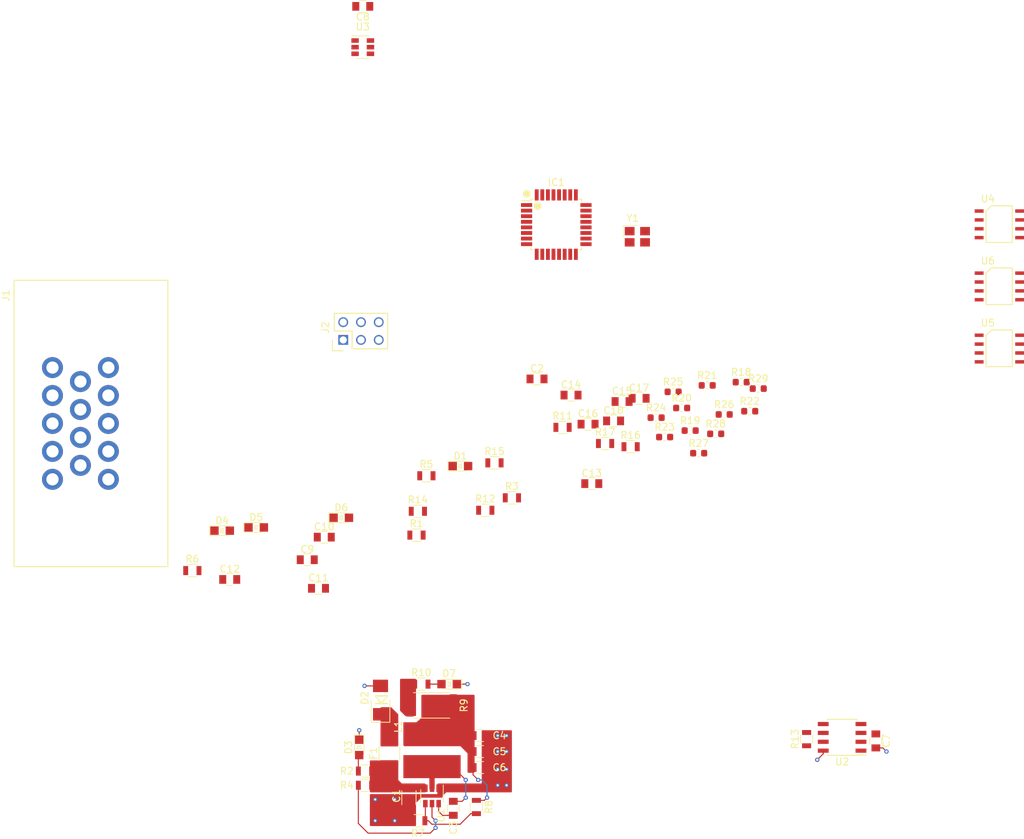
<source format=kicad_pcb>
(kicad_pcb (version 20171130) (host pcbnew 5.0.0-fee4fd1~66~ubuntu16.04.1)

  (general
    (thickness 1.6)
    (drawings 0)
    (tracks 79)
    (zones 0)
    (modules 66)
    (nets 68)
  )

  (page A4)
  (layers
    (0 F.Cu signal)
    (31 B.Cu signal)
    (32 B.Adhes user)
    (33 F.Adhes user)
    (34 B.Paste user)
    (35 F.Paste user)
    (36 B.SilkS user)
    (37 F.SilkS user)
    (38 B.Mask user)
    (39 F.Mask user)
    (40 Dwgs.User user)
    (41 Cmts.User user)
    (42 Eco1.User user)
    (43 Eco2.User user)
    (44 Edge.Cuts user)
    (45 Margin user)
    (46 B.CrtYd user)
    (47 F.CrtYd user)
    (48 B.Fab user)
    (49 F.Fab user)
  )

  (setup
    (last_trace_width 0.1524)
    (user_trace_width 0.1524)
    (user_trace_width 0.254)
    (user_trace_width 0.762)
    (trace_clearance 0.1524)
    (zone_clearance 0.1524)
    (zone_45_only no)
    (trace_min 0.1524)
    (segment_width 0.2)
    (edge_width 0.15)
    (via_size 0.6096)
    (via_drill 0.3048)
    (via_min_size 0.4)
    (via_min_drill 0.3)
    (uvia_size 0.3)
    (uvia_drill 0.1)
    (uvias_allowed no)
    (uvia_min_size 0.2)
    (uvia_min_drill 0.1)
    (pcb_text_width 0.3)
    (pcb_text_size 1.5 1.5)
    (mod_edge_width 0.15)
    (mod_text_size 1 1)
    (mod_text_width 0.15)
    (pad_size 1.524 1.524)
    (pad_drill 0.762)
    (pad_to_mask_clearance 0.051)
    (solder_mask_min_width 0.25)
    (aux_axis_origin 0 0)
    (visible_elements FFFFFF7F)
    (pcbplotparams
      (layerselection 0x010fc_ffffffff)
      (usegerberextensions false)
      (usegerberattributes false)
      (usegerberadvancedattributes false)
      (creategerberjobfile false)
      (excludeedgelayer true)
      (linewidth 0.100000)
      (plotframeref false)
      (viasonmask false)
      (mode 1)
      (useauxorigin false)
      (hpglpennumber 1)
      (hpglpenspeed 20)
      (hpglpendiameter 15.000000)
      (psnegative false)
      (psa4output false)
      (plotreference true)
      (plotvalue true)
      (plotinvisibletext false)
      (padsonsilk false)
      (subtractmaskfromsilk false)
      (outputformat 1)
      (mirror false)
      (drillshape 1)
      (scaleselection 1)
      (outputdirectory ""))
  )

  (net 0 "")
  (net 1 VCC)
  (net 2 GND)
  (net 3 /12V_Fused)
  (net 4 "Net-(C11-Pad1)")
  (net 5 /P_LED_1)
  (net 6 +12V)
  (net 7 /MISO)
  (net 8 /MOSI)
  (net 9 /SS)
  (net 10 /TXCAN)
  (net 11 /RXCAN)
  (net 12 /HSENSOR)
  (net 13 /SCK)
  (net 14 "Net-(IC1-Pad15)")
  (net 15 "Net-(IC1-Pad21)")
  (net 16 "Net-(IC1-Pad23)")
  (net 17 "Net-(IC1-Pad24)")
  (net 18 "Net-(IC1-Pad29)")
  (net 19 "Net-(IC1-Pad30)")
  (net 20 /RESET)
  (net 21 "Net-(IC1-Pad32)")
  (net 22 /CANL)
  (net 23 /CANH)
  (net 24 "Net-(C3-Pad2)")
  (net 25 "Net-(C3-Pad1)")
  (net 26 "Net-(C4-Pad1)")
  (net 27 "Net-(C10-Pad1)")
  (net 28 "Net-(C12-Pad1)")
  (net 29 "Net-(D1-Pad1)")
  (net 30 "Net-(D3-Pad2)")
  (net 31 "Net-(D4-Pad1)")
  (net 32 /P_LED_2)
  (net 33 "Net-(D5-Pad1)")
  (net 34 /P_LED_3)
  (net 35 /P_LED_4)
  (net 36 "Net-(D6-Pad1)")
  (net 37 "Net-(D7-Pad2)")
  (net 38 "Net-(IC1-Pad8)")
  (net 39 "Net-(IC1-Pad9)")
  (net 40 gauge1.2out)
  (net 41 gauge1.3out)
  (net 42 /POT_SIGNAL)
  (net 43 /BRAKETEMP)
  (net 44 gauge1.1out)
  (net 45 gauge1.1in)
  (net 46 gauge1.2in)
  (net 47 gauge1.3in)
  (net 48 "Net-(J1-Pad14)")
  (net 49 /POT)
  (net 50 "Net-(J1-Pad10)")
  (net 51 "Net-(R4-Pad2)")
  (net 52 "Net-(R7-Pad1)")
  (net 53 "Net-(R11-Pad1)")
  (net 54 "/Suspension Strain Testing/2.5V")
  (net 55 "Net-(R18-Pad1)")
  (net 56 "Net-(R19-Pad1)")
  (net 57 "Net-(R20-Pad1)")
  (net 58 "Net-(R27-Pad1)")
  (net 59 "Net-(R27-Pad2)")
  (net 60 "Net-(R28-Pad1)")
  (net 61 "Net-(R28-Pad2)")
  (net 62 "Net-(R29-Pad2)")
  (net 63 "Net-(R29-Pad1)")
  (net 64 "Net-(U2-Pad5)")
  (net 65 "Net-(U4-Pad4)")
  (net 66 "Net-(U5-Pad4)")
  (net 67 "Net-(U6-Pad4)")

  (net_class Default "This is the default net class."
    (clearance 0.1524)
    (trace_width 0.1524)
    (via_dia 0.6096)
    (via_drill 0.3048)
    (uvia_dia 0.3)
    (uvia_drill 0.1)
    (add_net +12V)
    (add_net /12V_Fused)
    (add_net /BRAKETEMP)
    (add_net /CANH)
    (add_net /CANL)
    (add_net /HSENSOR)
    (add_net /MISO)
    (add_net /MOSI)
    (add_net /POT)
    (add_net /POT_SIGNAL)
    (add_net /P_LED_1)
    (add_net /P_LED_2)
    (add_net /P_LED_3)
    (add_net /P_LED_4)
    (add_net /RESET)
    (add_net /RXCAN)
    (add_net /SCK)
    (add_net /SS)
    (add_net "/Suspension Strain Testing/2.5V")
    (add_net /TXCAN)
    (add_net GND)
    (add_net "Net-(C10-Pad1)")
    (add_net "Net-(C11-Pad1)")
    (add_net "Net-(C12-Pad1)")
    (add_net "Net-(C3-Pad1)")
    (add_net "Net-(C3-Pad2)")
    (add_net "Net-(C4-Pad1)")
    (add_net "Net-(D1-Pad1)")
    (add_net "Net-(D3-Pad2)")
    (add_net "Net-(D4-Pad1)")
    (add_net "Net-(D5-Pad1)")
    (add_net "Net-(D6-Pad1)")
    (add_net "Net-(D7-Pad2)")
    (add_net "Net-(IC1-Pad15)")
    (add_net "Net-(IC1-Pad21)")
    (add_net "Net-(IC1-Pad23)")
    (add_net "Net-(IC1-Pad24)")
    (add_net "Net-(IC1-Pad29)")
    (add_net "Net-(IC1-Pad30)")
    (add_net "Net-(IC1-Pad32)")
    (add_net "Net-(IC1-Pad8)")
    (add_net "Net-(IC1-Pad9)")
    (add_net "Net-(J1-Pad10)")
    (add_net "Net-(J1-Pad14)")
    (add_net "Net-(R11-Pad1)")
    (add_net "Net-(R18-Pad1)")
    (add_net "Net-(R19-Pad1)")
    (add_net "Net-(R20-Pad1)")
    (add_net "Net-(R27-Pad1)")
    (add_net "Net-(R27-Pad2)")
    (add_net "Net-(R28-Pad1)")
    (add_net "Net-(R28-Pad2)")
    (add_net "Net-(R29-Pad1)")
    (add_net "Net-(R29-Pad2)")
    (add_net "Net-(R4-Pad2)")
    (add_net "Net-(R7-Pad1)")
    (add_net "Net-(U2-Pad5)")
    (add_net "Net-(U4-Pad4)")
    (add_net "Net-(U5-Pad4)")
    (add_net "Net-(U6-Pad4)")
    (add_net VCC)
    (add_net gauge1.1in)
    (add_net gauge1.1out)
    (add_net gauge1.2in)
    (add_net gauge1.2out)
    (add_net gauge1.3in)
    (add_net gauge1.3out)
  )

  (module footprints:C_1206_OEM (layer F.Cu) (tedit 59F253AA) (tstamp 5BEE6B20)
    (at 136.398 140.462 270)
    (descr "Capacitor SMD 1206, reflow soldering, AVX (see smccp.pdf)")
    (tags "capacitor 1206")
    (path /59E04907)
    (attr smd)
    (fp_text reference C1 (at -0.254 1.778 270) (layer F.SilkS)
      (effects (font (size 1 1) (thickness 0.15)))
    )
    (fp_text value C_22uF (at 0 2 270) (layer F.Fab) hide
      (effects (font (size 1 1) (thickness 0.15)))
    )
    (fp_line (start -1.6 0.8) (end -1.6 -0.8) (layer F.Fab) (width 0.1))
    (fp_line (start 1.6 0.8) (end -1.6 0.8) (layer F.Fab) (width 0.1))
    (fp_line (start 1.6 -0.8) (end 1.6 0.8) (layer F.Fab) (width 0.1))
    (fp_line (start -1.6 -0.8) (end 1.6 -0.8) (layer F.Fab) (width 0.1))
    (fp_line (start 1 -1.02) (end -1 -1.02) (layer F.SilkS) (width 0.12))
    (fp_line (start -1 1.02) (end 1 1.02) (layer F.SilkS) (width 0.12))
    (fp_line (start -2.25 -1.05) (end 2.25 -1.05) (layer F.CrtYd) (width 0.05))
    (fp_line (start -2.25 -1.05) (end -2.25 1.05) (layer F.CrtYd) (width 0.05))
    (fp_line (start 2.25 1.05) (end 2.25 -1.05) (layer F.CrtYd) (width 0.05))
    (fp_line (start 2.25 1.05) (end -2.25 1.05) (layer F.CrtYd) (width 0.05))
    (pad 1 smd rect (at -1.5 0 270) (size 1 1.6) (layers F.Cu F.Paste F.Mask)
      (net 3 /12V_Fused))
    (pad 2 smd rect (at 1.5 0 270) (size 1 1.6) (layers F.Cu F.Paste F.Mask)
      (net 2 GND))
    (model Capacitors_SMD.3dshapes/C_1206.wrl
      (at (xyz 0 0 0))
      (scale (xyz 1 1 1))
      (rotate (xyz 0 0 0))
    )
  )

  (module footprints:C_0805_OEM (layer F.Cu) (tedit 59F250E7) (tstamp 5BEE6B30)
    (at 154.721999 80.51531)
    (descr "Capacitor SMD 0805, reflow soldering, AVX (see smccp.pdf)")
    (tags "capacitor 0805")
    (path /5BE0CBF0)
    (attr smd)
    (fp_text reference C2 (at 0 -1.5) (layer F.SilkS)
      (effects (font (size 1 1) (thickness 0.15)))
    )
    (fp_text value C_0.1uF (at 0 1.75) (layer F.Fab) hide
      (effects (font (size 1 1) (thickness 0.15)))
    )
    (fp_line (start -1 0.62) (end -1 -0.62) (layer F.Fab) (width 0.1))
    (fp_line (start 1 0.62) (end -1 0.62) (layer F.Fab) (width 0.1))
    (fp_line (start 1 -0.62) (end 1 0.62) (layer F.Fab) (width 0.1))
    (fp_line (start -1 -0.62) (end 1 -0.62) (layer F.Fab) (width 0.1))
    (fp_line (start 0.5 -0.85) (end -0.5 -0.85) (layer F.SilkS) (width 0.12))
    (fp_line (start -0.5 0.85) (end 0.5 0.85) (layer F.SilkS) (width 0.12))
    (fp_line (start -1.75 -0.88) (end 1.75 -0.88) (layer F.CrtYd) (width 0.05))
    (fp_line (start -1.75 -0.88) (end -1.75 0.87) (layer F.CrtYd) (width 0.05))
    (fp_line (start 1.75 0.87) (end 1.75 -0.88) (layer F.CrtYd) (width 0.05))
    (fp_line (start 1.75 0.87) (end -1.75 0.87) (layer F.CrtYd) (width 0.05))
    (pad 1 smd rect (at -1 0) (size 1 1.25) (layers F.Cu F.Paste F.Mask)
      (net 2 GND))
    (pad 2 smd rect (at 1 0) (size 1 1.25) (layers F.Cu F.Paste F.Mask)
      (net 1 VCC))
    (model /home/josh/Formula/OEM_Preferred_Parts/3DModels/C_0805_OEM/C_0805.wrl
      (at (xyz 0 0 0))
      (scale (xyz 1 1 1))
      (rotate (xyz 0 0 0))
    )
  )

  (module footprints:C_0805_OEM (layer F.Cu) (tedit 59F250E7) (tstamp 5BEE6B40)
    (at 142.748 141.986 90)
    (descr "Capacitor SMD 0805, reflow soldering, AVX (see smccp.pdf)")
    (tags "capacitor 0805")
    (path /59E048C8)
    (attr smd)
    (fp_text reference C3 (at -2.794 0 90) (layer F.SilkS)
      (effects (font (size 1 1) (thickness 0.15)))
    )
    (fp_text value C_0.1uF (at 0 1.75 90) (layer F.Fab) hide
      (effects (font (size 1 1) (thickness 0.15)))
    )
    (fp_line (start 1.75 0.87) (end -1.75 0.87) (layer F.CrtYd) (width 0.05))
    (fp_line (start 1.75 0.87) (end 1.75 -0.88) (layer F.CrtYd) (width 0.05))
    (fp_line (start -1.75 -0.88) (end -1.75 0.87) (layer F.CrtYd) (width 0.05))
    (fp_line (start -1.75 -0.88) (end 1.75 -0.88) (layer F.CrtYd) (width 0.05))
    (fp_line (start -0.5 0.85) (end 0.5 0.85) (layer F.SilkS) (width 0.12))
    (fp_line (start 0.5 -0.85) (end -0.5 -0.85) (layer F.SilkS) (width 0.12))
    (fp_line (start -1 -0.62) (end 1 -0.62) (layer F.Fab) (width 0.1))
    (fp_line (start 1 -0.62) (end 1 0.62) (layer F.Fab) (width 0.1))
    (fp_line (start 1 0.62) (end -1 0.62) (layer F.Fab) (width 0.1))
    (fp_line (start -1 0.62) (end -1 -0.62) (layer F.Fab) (width 0.1))
    (pad 2 smd rect (at 1 0 90) (size 1 1.25) (layers F.Cu F.Paste F.Mask)
      (net 24 "Net-(C3-Pad2)"))
    (pad 1 smd rect (at -1 0 90) (size 1 1.25) (layers F.Cu F.Paste F.Mask)
      (net 25 "Net-(C3-Pad1)"))
    (model /home/josh/Formula/OEM_Preferred_Parts/3DModels/C_0805_OEM/C_0805.wrl
      (at (xyz 0 0 0))
      (scale (xyz 1 1 1))
      (rotate (xyz 0 0 0))
    )
  )

  (module footprints:C_0805_OEM (layer F.Cu) (tedit 59F250E7) (tstamp 5BEE6B50)
    (at 146.574 131.572)
    (descr "Capacitor SMD 0805, reflow soldering, AVX (see smccp.pdf)")
    (tags "capacitor 0805")
    (path /59E0494E)
    (attr smd)
    (fp_text reference C4 (at 2.778 0) (layer F.SilkS)
      (effects (font (size 1 1) (thickness 0.15)))
    )
    (fp_text value C_47uF (at 0 1.75) (layer F.Fab) hide
      (effects (font (size 1 1) (thickness 0.15)))
    )
    (fp_line (start 1.75 0.87) (end -1.75 0.87) (layer F.CrtYd) (width 0.05))
    (fp_line (start 1.75 0.87) (end 1.75 -0.88) (layer F.CrtYd) (width 0.05))
    (fp_line (start -1.75 -0.88) (end -1.75 0.87) (layer F.CrtYd) (width 0.05))
    (fp_line (start -1.75 -0.88) (end 1.75 -0.88) (layer F.CrtYd) (width 0.05))
    (fp_line (start -0.5 0.85) (end 0.5 0.85) (layer F.SilkS) (width 0.12))
    (fp_line (start 0.5 -0.85) (end -0.5 -0.85) (layer F.SilkS) (width 0.12))
    (fp_line (start -1 -0.62) (end 1 -0.62) (layer F.Fab) (width 0.1))
    (fp_line (start 1 -0.62) (end 1 0.62) (layer F.Fab) (width 0.1))
    (fp_line (start 1 0.62) (end -1 0.62) (layer F.Fab) (width 0.1))
    (fp_line (start -1 0.62) (end -1 -0.62) (layer F.Fab) (width 0.1))
    (pad 2 smd rect (at 1 0) (size 1 1.25) (layers F.Cu F.Paste F.Mask)
      (net 2 GND))
    (pad 1 smd rect (at -1 0) (size 1 1.25) (layers F.Cu F.Paste F.Mask)
      (net 26 "Net-(C4-Pad1)"))
    (model /home/josh/Formula/OEM_Preferred_Parts/3DModels/C_0805_OEM/C_0805.wrl
      (at (xyz 0 0 0))
      (scale (xyz 1 1 1))
      (rotate (xyz 0 0 0))
    )
  )

  (module footprints:C_0805_OEM (layer F.Cu) (tedit 59F250E7) (tstamp 5BEE6B60)
    (at 146.574 133.858)
    (descr "Capacitor SMD 0805, reflow soldering, AVX (see smccp.pdf)")
    (tags "capacitor 0805")
    (path /5A79269E)
    (attr smd)
    (fp_text reference C5 (at 2.778 0) (layer F.SilkS)
      (effects (font (size 1 1) (thickness 0.15)))
    )
    (fp_text value C_1uF (at 0 1.75) (layer F.Fab) hide
      (effects (font (size 1 1) (thickness 0.15)))
    )
    (fp_line (start 1.75 0.87) (end -1.75 0.87) (layer F.CrtYd) (width 0.05))
    (fp_line (start 1.75 0.87) (end 1.75 -0.88) (layer F.CrtYd) (width 0.05))
    (fp_line (start -1.75 -0.88) (end -1.75 0.87) (layer F.CrtYd) (width 0.05))
    (fp_line (start -1.75 -0.88) (end 1.75 -0.88) (layer F.CrtYd) (width 0.05))
    (fp_line (start -0.5 0.85) (end 0.5 0.85) (layer F.SilkS) (width 0.12))
    (fp_line (start 0.5 -0.85) (end -0.5 -0.85) (layer F.SilkS) (width 0.12))
    (fp_line (start -1 -0.62) (end 1 -0.62) (layer F.Fab) (width 0.1))
    (fp_line (start 1 -0.62) (end 1 0.62) (layer F.Fab) (width 0.1))
    (fp_line (start 1 0.62) (end -1 0.62) (layer F.Fab) (width 0.1))
    (fp_line (start -1 0.62) (end -1 -0.62) (layer F.Fab) (width 0.1))
    (pad 2 smd rect (at 1 0) (size 1 1.25) (layers F.Cu F.Paste F.Mask)
      (net 2 GND))
    (pad 1 smd rect (at -1 0) (size 1 1.25) (layers F.Cu F.Paste F.Mask)
      (net 26 "Net-(C4-Pad1)"))
    (model /home/josh/Formula/OEM_Preferred_Parts/3DModels/C_0805_OEM/C_0805.wrl
      (at (xyz 0 0 0))
      (scale (xyz 1 1 1))
      (rotate (xyz 0 0 0))
    )
  )

  (module footprints:C_0805_OEM (layer F.Cu) (tedit 59F250E7) (tstamp 5BEE6B70)
    (at 146.574 136.144)
    (descr "Capacitor SMD 0805, reflow soldering, AVX (see smccp.pdf)")
    (tags "capacitor 0805")
    (path /5A79252F)
    (attr smd)
    (fp_text reference C6 (at 2.778 0) (layer F.SilkS)
      (effects (font (size 1 1) (thickness 0.15)))
    )
    (fp_text value C_0.1uF (at 0 1.75) (layer F.Fab) hide
      (effects (font (size 1 1) (thickness 0.15)))
    )
    (fp_line (start -1 0.62) (end -1 -0.62) (layer F.Fab) (width 0.1))
    (fp_line (start 1 0.62) (end -1 0.62) (layer F.Fab) (width 0.1))
    (fp_line (start 1 -0.62) (end 1 0.62) (layer F.Fab) (width 0.1))
    (fp_line (start -1 -0.62) (end 1 -0.62) (layer F.Fab) (width 0.1))
    (fp_line (start 0.5 -0.85) (end -0.5 -0.85) (layer F.SilkS) (width 0.12))
    (fp_line (start -0.5 0.85) (end 0.5 0.85) (layer F.SilkS) (width 0.12))
    (fp_line (start -1.75 -0.88) (end 1.75 -0.88) (layer F.CrtYd) (width 0.05))
    (fp_line (start -1.75 -0.88) (end -1.75 0.87) (layer F.CrtYd) (width 0.05))
    (fp_line (start 1.75 0.87) (end 1.75 -0.88) (layer F.CrtYd) (width 0.05))
    (fp_line (start 1.75 0.87) (end -1.75 0.87) (layer F.CrtYd) (width 0.05))
    (pad 1 smd rect (at -1 0) (size 1 1.25) (layers F.Cu F.Paste F.Mask)
      (net 26 "Net-(C4-Pad1)"))
    (pad 2 smd rect (at 1 0) (size 1 1.25) (layers F.Cu F.Paste F.Mask)
      (net 2 GND))
    (model /home/josh/Formula/OEM_Preferred_Parts/3DModels/C_0805_OEM/C_0805.wrl
      (at (xyz 0 0 0))
      (scale (xyz 1 1 1))
      (rotate (xyz 0 0 0))
    )
  )

  (module footprints:C_0805_OEM (layer F.Cu) (tedit 59F250E7) (tstamp 5BEE6B80)
    (at 203.2 132.334 270)
    (descr "Capacitor SMD 0805, reflow soldering, AVX (see smccp.pdf)")
    (tags "capacitor 0805")
    (path /59E068FA)
    (attr smd)
    (fp_text reference C7 (at 0 -1.5 270) (layer F.SilkS)
      (effects (font (size 1 1) (thickness 0.15)))
    )
    (fp_text value C_0.1uF (at 0 1.75 270) (layer F.Fab) hide
      (effects (font (size 1 1) (thickness 0.15)))
    )
    (fp_line (start 1.75 0.87) (end -1.75 0.87) (layer F.CrtYd) (width 0.05))
    (fp_line (start 1.75 0.87) (end 1.75 -0.88) (layer F.CrtYd) (width 0.05))
    (fp_line (start -1.75 -0.88) (end -1.75 0.87) (layer F.CrtYd) (width 0.05))
    (fp_line (start -1.75 -0.88) (end 1.75 -0.88) (layer F.CrtYd) (width 0.05))
    (fp_line (start -0.5 0.85) (end 0.5 0.85) (layer F.SilkS) (width 0.12))
    (fp_line (start 0.5 -0.85) (end -0.5 -0.85) (layer F.SilkS) (width 0.12))
    (fp_line (start -1 -0.62) (end 1 -0.62) (layer F.Fab) (width 0.1))
    (fp_line (start 1 -0.62) (end 1 0.62) (layer F.Fab) (width 0.1))
    (fp_line (start 1 0.62) (end -1 0.62) (layer F.Fab) (width 0.1))
    (fp_line (start -1 0.62) (end -1 -0.62) (layer F.Fab) (width 0.1))
    (pad 2 smd rect (at 1 0 270) (size 1 1.25) (layers F.Cu F.Paste F.Mask)
      (net 2 GND))
    (pad 1 smd rect (at -1 0 270) (size 1 1.25) (layers F.Cu F.Paste F.Mask)
      (net 1 VCC))
    (model /home/josh/Formula/OEM_Preferred_Parts/3DModels/C_0805_OEM/C_0805.wrl
      (at (xyz 0 0 0))
      (scale (xyz 1 1 1))
      (rotate (xyz 0 0 0))
    )
  )

  (module footprints:C_0805_OEM (layer F.Cu) (tedit 59F250E7) (tstamp 5BEE6B90)
    (at 129.794 27.178 180)
    (descr "Capacitor SMD 0805, reflow soldering, AVX (see smccp.pdf)")
    (tags "capacitor 0805")
    (path /5BD8C563)
    (attr smd)
    (fp_text reference C8 (at 0 -1.5 180) (layer F.SilkS)
      (effects (font (size 1 1) (thickness 0.15)))
    )
    (fp_text value C_0.1uF (at 0 1.75 180) (layer F.Fab) hide
      (effects (font (size 1 1) (thickness 0.15)))
    )
    (fp_line (start -1 0.62) (end -1 -0.62) (layer F.Fab) (width 0.1))
    (fp_line (start 1 0.62) (end -1 0.62) (layer F.Fab) (width 0.1))
    (fp_line (start 1 -0.62) (end 1 0.62) (layer F.Fab) (width 0.1))
    (fp_line (start -1 -0.62) (end 1 -0.62) (layer F.Fab) (width 0.1))
    (fp_line (start 0.5 -0.85) (end -0.5 -0.85) (layer F.SilkS) (width 0.12))
    (fp_line (start -0.5 0.85) (end 0.5 0.85) (layer F.SilkS) (width 0.12))
    (fp_line (start -1.75 -0.88) (end 1.75 -0.88) (layer F.CrtYd) (width 0.05))
    (fp_line (start -1.75 -0.88) (end -1.75 0.87) (layer F.CrtYd) (width 0.05))
    (fp_line (start 1.75 0.87) (end 1.75 -0.88) (layer F.CrtYd) (width 0.05))
    (fp_line (start 1.75 0.87) (end -1.75 0.87) (layer F.CrtYd) (width 0.05))
    (pad 1 smd rect (at -1 0 180) (size 1 1.25) (layers F.Cu F.Paste F.Mask)
      (net 1 VCC))
    (pad 2 smd rect (at 1 0 180) (size 1 1.25) (layers F.Cu F.Paste F.Mask)
      (net 2 GND))
    (model /home/josh/Formula/OEM_Preferred_Parts/3DModels/C_0805_OEM/C_0805.wrl
      (at (xyz 0 0 0))
      (scale (xyz 1 1 1))
      (rotate (xyz 0 0 0))
    )
  )

  (module footprints:C_0805_OEM (layer F.Cu) (tedit 59F250E7) (tstamp 5BEE6BA0)
    (at 121.851632 106.397782)
    (descr "Capacitor SMD 0805, reflow soldering, AVX (see smccp.pdf)")
    (tags "capacitor 0805")
    (path /59E06957)
    (attr smd)
    (fp_text reference C9 (at 0 -1.5) (layer F.SilkS)
      (effects (font (size 1 1) (thickness 0.15)))
    )
    (fp_text value C_0.1uF (at 0 1.75) (layer F.Fab) hide
      (effects (font (size 1 1) (thickness 0.15)))
    )
    (fp_line (start -1 0.62) (end -1 -0.62) (layer F.Fab) (width 0.1))
    (fp_line (start 1 0.62) (end -1 0.62) (layer F.Fab) (width 0.1))
    (fp_line (start 1 -0.62) (end 1 0.62) (layer F.Fab) (width 0.1))
    (fp_line (start -1 -0.62) (end 1 -0.62) (layer F.Fab) (width 0.1))
    (fp_line (start 0.5 -0.85) (end -0.5 -0.85) (layer F.SilkS) (width 0.12))
    (fp_line (start -0.5 0.85) (end 0.5 0.85) (layer F.SilkS) (width 0.12))
    (fp_line (start -1.75 -0.88) (end 1.75 -0.88) (layer F.CrtYd) (width 0.05))
    (fp_line (start -1.75 -0.88) (end -1.75 0.87) (layer F.CrtYd) (width 0.05))
    (fp_line (start 1.75 0.87) (end 1.75 -0.88) (layer F.CrtYd) (width 0.05))
    (fp_line (start 1.75 0.87) (end -1.75 0.87) (layer F.CrtYd) (width 0.05))
    (pad 1 smd rect (at -1 0) (size 1 1.25) (layers F.Cu F.Paste F.Mask)
      (net 1 VCC))
    (pad 2 smd rect (at 1 0) (size 1 1.25) (layers F.Cu F.Paste F.Mask)
      (net 2 GND))
    (model /home/josh/Formula/OEM_Preferred_Parts/3DModels/C_0805_OEM/C_0805.wrl
      (at (xyz 0 0 0))
      (scale (xyz 1 1 1))
      (rotate (xyz 0 0 0))
    )
  )

  (module footprints:C_0805_OEM (layer F.Cu) (tedit 59F250E7) (tstamp 5BEE6BB0)
    (at 124.286474 103.162473)
    (descr "Capacitor SMD 0805, reflow soldering, AVX (see smccp.pdf)")
    (tags "capacitor 0805")
    (path /59E06E67)
    (attr smd)
    (fp_text reference C10 (at 0 -1.5) (layer F.SilkS)
      (effects (font (size 1 1) (thickness 0.15)))
    )
    (fp_text value C_100pF (at 0 1.75) (layer F.Fab) hide
      (effects (font (size 1 1) (thickness 0.15)))
    )
    (fp_line (start 1.75 0.87) (end -1.75 0.87) (layer F.CrtYd) (width 0.05))
    (fp_line (start 1.75 0.87) (end 1.75 -0.88) (layer F.CrtYd) (width 0.05))
    (fp_line (start -1.75 -0.88) (end -1.75 0.87) (layer F.CrtYd) (width 0.05))
    (fp_line (start -1.75 -0.88) (end 1.75 -0.88) (layer F.CrtYd) (width 0.05))
    (fp_line (start -0.5 0.85) (end 0.5 0.85) (layer F.SilkS) (width 0.12))
    (fp_line (start 0.5 -0.85) (end -0.5 -0.85) (layer F.SilkS) (width 0.12))
    (fp_line (start -1 -0.62) (end 1 -0.62) (layer F.Fab) (width 0.1))
    (fp_line (start 1 -0.62) (end 1 0.62) (layer F.Fab) (width 0.1))
    (fp_line (start 1 0.62) (end -1 0.62) (layer F.Fab) (width 0.1))
    (fp_line (start -1 0.62) (end -1 -0.62) (layer F.Fab) (width 0.1))
    (pad 2 smd rect (at 1 0) (size 1 1.25) (layers F.Cu F.Paste F.Mask)
      (net 2 GND))
    (pad 1 smd rect (at -1 0) (size 1 1.25) (layers F.Cu F.Paste F.Mask)
      (net 27 "Net-(C10-Pad1)"))
    (model /home/josh/Formula/OEM_Preferred_Parts/3DModels/C_0805_OEM/C_0805.wrl
      (at (xyz 0 0 0))
      (scale (xyz 1 1 1))
      (rotate (xyz 0 0 0))
    )
  )

  (module footprints:C_0805_OEM (layer F.Cu) (tedit 59F250E7) (tstamp 5BEE6BC0)
    (at 123.46 110.49)
    (descr "Capacitor SMD 0805, reflow soldering, AVX (see smccp.pdf)")
    (tags "capacitor 0805")
    (path /59E06F43)
    (attr smd)
    (fp_text reference C11 (at 0 -1.5) (layer F.SilkS)
      (effects (font (size 1 1) (thickness 0.15)))
    )
    (fp_text value C_30pF (at 0 1.75) (layer F.Fab) hide
      (effects (font (size 1 1) (thickness 0.15)))
    )
    (fp_line (start 1.75 0.87) (end -1.75 0.87) (layer F.CrtYd) (width 0.05))
    (fp_line (start 1.75 0.87) (end 1.75 -0.88) (layer F.CrtYd) (width 0.05))
    (fp_line (start -1.75 -0.88) (end -1.75 0.87) (layer F.CrtYd) (width 0.05))
    (fp_line (start -1.75 -0.88) (end 1.75 -0.88) (layer F.CrtYd) (width 0.05))
    (fp_line (start -0.5 0.85) (end 0.5 0.85) (layer F.SilkS) (width 0.12))
    (fp_line (start 0.5 -0.85) (end -0.5 -0.85) (layer F.SilkS) (width 0.12))
    (fp_line (start -1 -0.62) (end 1 -0.62) (layer F.Fab) (width 0.1))
    (fp_line (start 1 -0.62) (end 1 0.62) (layer F.Fab) (width 0.1))
    (fp_line (start 1 0.62) (end -1 0.62) (layer F.Fab) (width 0.1))
    (fp_line (start -1 0.62) (end -1 -0.62) (layer F.Fab) (width 0.1))
    (pad 2 smd rect (at 1 0) (size 1 1.25) (layers F.Cu F.Paste F.Mask)
      (net 2 GND))
    (pad 1 smd rect (at -1 0) (size 1 1.25) (layers F.Cu F.Paste F.Mask)
      (net 4 "Net-(C11-Pad1)"))
    (model /home/josh/Formula/OEM_Preferred_Parts/3DModels/C_0805_OEM/C_0805.wrl
      (at (xyz 0 0 0))
      (scale (xyz 1 1 1))
      (rotate (xyz 0 0 0))
    )
  )

  (module footprints:C_0805_OEM (layer F.Cu) (tedit 59F250E7) (tstamp 5BEE6BD0)
    (at 110.76 109.22)
    (descr "Capacitor SMD 0805, reflow soldering, AVX (see smccp.pdf)")
    (tags "capacitor 0805")
    (path /59E06ED0)
    (attr smd)
    (fp_text reference C12 (at 0 -1.5) (layer F.SilkS)
      (effects (font (size 1 1) (thickness 0.15)))
    )
    (fp_text value C_30pF (at 0 1.75) (layer F.Fab) hide
      (effects (font (size 1 1) (thickness 0.15)))
    )
    (fp_line (start -1 0.62) (end -1 -0.62) (layer F.Fab) (width 0.1))
    (fp_line (start 1 0.62) (end -1 0.62) (layer F.Fab) (width 0.1))
    (fp_line (start 1 -0.62) (end 1 0.62) (layer F.Fab) (width 0.1))
    (fp_line (start -1 -0.62) (end 1 -0.62) (layer F.Fab) (width 0.1))
    (fp_line (start 0.5 -0.85) (end -0.5 -0.85) (layer F.SilkS) (width 0.12))
    (fp_line (start -0.5 0.85) (end 0.5 0.85) (layer F.SilkS) (width 0.12))
    (fp_line (start -1.75 -0.88) (end 1.75 -0.88) (layer F.CrtYd) (width 0.05))
    (fp_line (start -1.75 -0.88) (end -1.75 0.87) (layer F.CrtYd) (width 0.05))
    (fp_line (start 1.75 0.87) (end 1.75 -0.88) (layer F.CrtYd) (width 0.05))
    (fp_line (start 1.75 0.87) (end -1.75 0.87) (layer F.CrtYd) (width 0.05))
    (pad 1 smd rect (at -1 0) (size 1 1.25) (layers F.Cu F.Paste F.Mask)
      (net 28 "Net-(C12-Pad1)"))
    (pad 2 smd rect (at 1 0) (size 1 1.25) (layers F.Cu F.Paste F.Mask)
      (net 2 GND))
    (model /home/josh/Formula/OEM_Preferred_Parts/3DModels/C_0805_OEM/C_0805.wrl
      (at (xyz 0 0 0))
      (scale (xyz 1 1 1))
      (rotate (xyz 0 0 0))
    )
  )

  (module footprints:C_0805_OEM (layer F.Cu) (tedit 59F250E7) (tstamp 5BEE6BE0)
    (at 162.56 95.504)
    (descr "Capacitor SMD 0805, reflow soldering, AVX (see smccp.pdf)")
    (tags "capacitor 0805")
    (path /5BEA6C51/5BDBAD61)
    (attr smd)
    (fp_text reference C13 (at 0 -1.5) (layer F.SilkS)
      (effects (font (size 1 1) (thickness 0.15)))
    )
    (fp_text value C_10uF (at 0 1.75) (layer F.Fab) hide
      (effects (font (size 1 1) (thickness 0.15)))
    )
    (fp_line (start 1.75 0.87) (end -1.75 0.87) (layer F.CrtYd) (width 0.05))
    (fp_line (start 1.75 0.87) (end 1.75 -0.88) (layer F.CrtYd) (width 0.05))
    (fp_line (start -1.75 -0.88) (end -1.75 0.87) (layer F.CrtYd) (width 0.05))
    (fp_line (start -1.75 -0.88) (end 1.75 -0.88) (layer F.CrtYd) (width 0.05))
    (fp_line (start -0.5 0.85) (end 0.5 0.85) (layer F.SilkS) (width 0.12))
    (fp_line (start 0.5 -0.85) (end -0.5 -0.85) (layer F.SilkS) (width 0.12))
    (fp_line (start -1 -0.62) (end 1 -0.62) (layer F.Fab) (width 0.1))
    (fp_line (start 1 -0.62) (end 1 0.62) (layer F.Fab) (width 0.1))
    (fp_line (start 1 0.62) (end -1 0.62) (layer F.Fab) (width 0.1))
    (fp_line (start -1 0.62) (end -1 -0.62) (layer F.Fab) (width 0.1))
    (pad 2 smd rect (at 1 0) (size 1 1.25) (layers F.Cu F.Paste F.Mask)
      (net 1 VCC))
    (pad 1 smd rect (at -1 0) (size 1 1.25) (layers F.Cu F.Paste F.Mask)
      (net 2 GND))
    (model /home/josh/Formula/OEM_Preferred_Parts/3DModels/C_0805_OEM/C_0805.wrl
      (at (xyz 0 0 0))
      (scale (xyz 1 1 1))
      (rotate (xyz 0 0 0))
    )
  )

  (module footprints:C_0805_OEM (layer F.Cu) (tedit 59F250E7) (tstamp 5BEE6BF0)
    (at 159.591683 82.826245)
    (descr "Capacitor SMD 0805, reflow soldering, AVX (see smccp.pdf)")
    (tags "capacitor 0805")
    (path /5BEA6C51/5BDBAED8)
    (attr smd)
    (fp_text reference C14 (at 0 -1.5) (layer F.SilkS)
      (effects (font (size 1 1) (thickness 0.15)))
    )
    (fp_text value C_0.1uF (at 0 1.75) (layer F.Fab) hide
      (effects (font (size 1 1) (thickness 0.15)))
    )
    (fp_line (start -1 0.62) (end -1 -0.62) (layer F.Fab) (width 0.1))
    (fp_line (start 1 0.62) (end -1 0.62) (layer F.Fab) (width 0.1))
    (fp_line (start 1 -0.62) (end 1 0.62) (layer F.Fab) (width 0.1))
    (fp_line (start -1 -0.62) (end 1 -0.62) (layer F.Fab) (width 0.1))
    (fp_line (start 0.5 -0.85) (end -0.5 -0.85) (layer F.SilkS) (width 0.12))
    (fp_line (start -0.5 0.85) (end 0.5 0.85) (layer F.SilkS) (width 0.12))
    (fp_line (start -1.75 -0.88) (end 1.75 -0.88) (layer F.CrtYd) (width 0.05))
    (fp_line (start -1.75 -0.88) (end -1.75 0.87) (layer F.CrtYd) (width 0.05))
    (fp_line (start 1.75 0.87) (end 1.75 -0.88) (layer F.CrtYd) (width 0.05))
    (fp_line (start 1.75 0.87) (end -1.75 0.87) (layer F.CrtYd) (width 0.05))
    (pad 1 smd rect (at -1 0) (size 1 1.25) (layers F.Cu F.Paste F.Mask)
      (net 2 GND))
    (pad 2 smd rect (at 1 0) (size 1 1.25) (layers F.Cu F.Paste F.Mask)
      (net 1 VCC))
    (model /home/josh/Formula/OEM_Preferred_Parts/3DModels/C_0805_OEM/C_0805.wrl
      (at (xyz 0 0 0))
      (scale (xyz 1 1 1))
      (rotate (xyz 0 0 0))
    )
  )

  (module footprints:C_0805_OEM (layer F.Cu) (tedit 59F250E7) (tstamp 5BEE6C00)
    (at 166.896209 83.750619)
    (descr "Capacitor SMD 0805, reflow soldering, AVX (see smccp.pdf)")
    (tags "capacitor 0805")
    (path /5BEA6C51/5BEF59F2)
    (attr smd)
    (fp_text reference C15 (at 0 -1.5) (layer F.SilkS)
      (effects (font (size 1 1) (thickness 0.15)))
    )
    (fp_text value C_10uF (at 0 1.75) (layer F.Fab) hide
      (effects (font (size 1 1) (thickness 0.15)))
    )
    (fp_line (start -1 0.62) (end -1 -0.62) (layer F.Fab) (width 0.1))
    (fp_line (start 1 0.62) (end -1 0.62) (layer F.Fab) (width 0.1))
    (fp_line (start 1 -0.62) (end 1 0.62) (layer F.Fab) (width 0.1))
    (fp_line (start -1 -0.62) (end 1 -0.62) (layer F.Fab) (width 0.1))
    (fp_line (start 0.5 -0.85) (end -0.5 -0.85) (layer F.SilkS) (width 0.12))
    (fp_line (start -0.5 0.85) (end 0.5 0.85) (layer F.SilkS) (width 0.12))
    (fp_line (start -1.75 -0.88) (end 1.75 -0.88) (layer F.CrtYd) (width 0.05))
    (fp_line (start -1.75 -0.88) (end -1.75 0.87) (layer F.CrtYd) (width 0.05))
    (fp_line (start 1.75 0.87) (end 1.75 -0.88) (layer F.CrtYd) (width 0.05))
    (fp_line (start 1.75 0.87) (end -1.75 0.87) (layer F.CrtYd) (width 0.05))
    (pad 1 smd rect (at -1 0) (size 1 1.25) (layers F.Cu F.Paste F.Mask)
      (net 2 GND))
    (pad 2 smd rect (at 1 0) (size 1 1.25) (layers F.Cu F.Paste F.Mask)
      (net 1 VCC))
    (model /home/josh/Formula/OEM_Preferred_Parts/3DModels/C_0805_OEM/C_0805.wrl
      (at (xyz 0 0 0))
      (scale (xyz 1 1 1))
      (rotate (xyz 0 0 0))
    )
  )

  (module footprints:C_0805_OEM (layer F.Cu) (tedit 59F250E7) (tstamp 5BEE6C10)
    (at 162.026525 86.985928)
    (descr "Capacitor SMD 0805, reflow soldering, AVX (see smccp.pdf)")
    (tags "capacitor 0805")
    (path /5BEA6C51/5BEF59FC)
    (attr smd)
    (fp_text reference C16 (at 0 -1.5) (layer F.SilkS)
      (effects (font (size 1 1) (thickness 0.15)))
    )
    (fp_text value C_0.1uF (at 0 1.75) (layer F.Fab) hide
      (effects (font (size 1 1) (thickness 0.15)))
    )
    (fp_line (start -1 0.62) (end -1 -0.62) (layer F.Fab) (width 0.1))
    (fp_line (start 1 0.62) (end -1 0.62) (layer F.Fab) (width 0.1))
    (fp_line (start 1 -0.62) (end 1 0.62) (layer F.Fab) (width 0.1))
    (fp_line (start -1 -0.62) (end 1 -0.62) (layer F.Fab) (width 0.1))
    (fp_line (start 0.5 -0.85) (end -0.5 -0.85) (layer F.SilkS) (width 0.12))
    (fp_line (start -0.5 0.85) (end 0.5 0.85) (layer F.SilkS) (width 0.12))
    (fp_line (start -1.75 -0.88) (end 1.75 -0.88) (layer F.CrtYd) (width 0.05))
    (fp_line (start -1.75 -0.88) (end -1.75 0.87) (layer F.CrtYd) (width 0.05))
    (fp_line (start 1.75 0.87) (end 1.75 -0.88) (layer F.CrtYd) (width 0.05))
    (fp_line (start 1.75 0.87) (end -1.75 0.87) (layer F.CrtYd) (width 0.05))
    (pad 1 smd rect (at -1 0) (size 1 1.25) (layers F.Cu F.Paste F.Mask)
      (net 2 GND))
    (pad 2 smd rect (at 1 0) (size 1 1.25) (layers F.Cu F.Paste F.Mask)
      (net 1 VCC))
    (model /home/josh/Formula/OEM_Preferred_Parts/3DModels/C_0805_OEM/C_0805.wrl
      (at (xyz 0 0 0))
      (scale (xyz 1 1 1))
      (rotate (xyz 0 0 0))
    )
  )

  (module footprints:C_0805_OEM (layer F.Cu) (tedit 59F250E7) (tstamp 5BEE6C20)
    (at 169.331051 83.288432)
    (descr "Capacitor SMD 0805, reflow soldering, AVX (see smccp.pdf)")
    (tags "capacitor 0805")
    (path /5BEA6C51/5BEF730D)
    (attr smd)
    (fp_text reference C17 (at 0 -1.5) (layer F.SilkS)
      (effects (font (size 1 1) (thickness 0.15)))
    )
    (fp_text value C_10uF (at 0 1.75) (layer F.Fab) hide
      (effects (font (size 1 1) (thickness 0.15)))
    )
    (fp_line (start -1 0.62) (end -1 -0.62) (layer F.Fab) (width 0.1))
    (fp_line (start 1 0.62) (end -1 0.62) (layer F.Fab) (width 0.1))
    (fp_line (start 1 -0.62) (end 1 0.62) (layer F.Fab) (width 0.1))
    (fp_line (start -1 -0.62) (end 1 -0.62) (layer F.Fab) (width 0.1))
    (fp_line (start 0.5 -0.85) (end -0.5 -0.85) (layer F.SilkS) (width 0.12))
    (fp_line (start -0.5 0.85) (end 0.5 0.85) (layer F.SilkS) (width 0.12))
    (fp_line (start -1.75 -0.88) (end 1.75 -0.88) (layer F.CrtYd) (width 0.05))
    (fp_line (start -1.75 -0.88) (end -1.75 0.87) (layer F.CrtYd) (width 0.05))
    (fp_line (start 1.75 0.87) (end 1.75 -0.88) (layer F.CrtYd) (width 0.05))
    (fp_line (start 1.75 0.87) (end -1.75 0.87) (layer F.CrtYd) (width 0.05))
    (pad 1 smd rect (at -1 0) (size 1 1.25) (layers F.Cu F.Paste F.Mask)
      (net 2 GND))
    (pad 2 smd rect (at 1 0) (size 1 1.25) (layers F.Cu F.Paste F.Mask)
      (net 1 VCC))
    (model /home/josh/Formula/OEM_Preferred_Parts/3DModels/C_0805_OEM/C_0805.wrl
      (at (xyz 0 0 0))
      (scale (xyz 1 1 1))
      (rotate (xyz 0 0 0))
    )
  )

  (module footprints:C_0805_OEM (layer F.Cu) (tedit 59F250E7) (tstamp 5BEE6C30)
    (at 165.678788 86.523741)
    (descr "Capacitor SMD 0805, reflow soldering, AVX (see smccp.pdf)")
    (tags "capacitor 0805")
    (path /5BEA6C51/5BEF7317)
    (attr smd)
    (fp_text reference C18 (at 0 -1.5) (layer F.SilkS)
      (effects (font (size 1 1) (thickness 0.15)))
    )
    (fp_text value C_0.1uF (at 0 1.75) (layer F.Fab) hide
      (effects (font (size 1 1) (thickness 0.15)))
    )
    (fp_line (start 1.75 0.87) (end -1.75 0.87) (layer F.CrtYd) (width 0.05))
    (fp_line (start 1.75 0.87) (end 1.75 -0.88) (layer F.CrtYd) (width 0.05))
    (fp_line (start -1.75 -0.88) (end -1.75 0.87) (layer F.CrtYd) (width 0.05))
    (fp_line (start -1.75 -0.88) (end 1.75 -0.88) (layer F.CrtYd) (width 0.05))
    (fp_line (start -0.5 0.85) (end 0.5 0.85) (layer F.SilkS) (width 0.12))
    (fp_line (start 0.5 -0.85) (end -0.5 -0.85) (layer F.SilkS) (width 0.12))
    (fp_line (start -1 -0.62) (end 1 -0.62) (layer F.Fab) (width 0.1))
    (fp_line (start 1 -0.62) (end 1 0.62) (layer F.Fab) (width 0.1))
    (fp_line (start 1 0.62) (end -1 0.62) (layer F.Fab) (width 0.1))
    (fp_line (start -1 0.62) (end -1 -0.62) (layer F.Fab) (width 0.1))
    (pad 2 smd rect (at 1 0) (size 1 1.25) (layers F.Cu F.Paste F.Mask)
      (net 1 VCC))
    (pad 1 smd rect (at -1 0) (size 1 1.25) (layers F.Cu F.Paste F.Mask)
      (net 2 GND))
    (model /home/josh/Formula/OEM_Preferred_Parts/3DModels/C_0805_OEM/C_0805.wrl
      (at (xyz 0 0 0))
      (scale (xyz 1 1 1))
      (rotate (xyz 0 0 0))
    )
  )

  (module footprints:LED_0805_OEM (layer F.Cu) (tedit 5A5B129D) (tstamp 5BEE6C49)
    (at 143.76521 92.994359)
    (descr "LED 0805 smd package")
    (tags "LED led 0805 SMD smd SMT smt smdled SMDLED smtled SMTLED")
    (path /5BCF1382)
    (attr smd)
    (fp_text reference D1 (at 0 -1.45) (layer F.SilkS)
      (effects (font (size 1 1) (thickness 0.15)))
    )
    (fp_text value LED_0805 (at 0.508 2.032) (layer F.Fab) hide
      (effects (font (size 1 1) (thickness 0.15)))
    )
    (fp_line (start -1.95 -0.85) (end 1.95 -0.85) (layer F.CrtYd) (width 0.05))
    (fp_line (start -1.95 0.85) (end -1.95 -0.85) (layer F.CrtYd) (width 0.05))
    (fp_line (start 1.95 0.85) (end -1.95 0.85) (layer F.CrtYd) (width 0.05))
    (fp_line (start 1.95 -0.85) (end 1.95 0.85) (layer F.CrtYd) (width 0.05))
    (fp_line (start -1.8 -0.7) (end 1 -0.7) (layer F.SilkS) (width 0.12))
    (fp_line (start -1.8 0.7) (end 1 0.7) (layer F.SilkS) (width 0.12))
    (fp_line (start -1 0.6) (end -1 -0.6) (layer F.Fab) (width 0.1))
    (fp_line (start -1 -0.6) (end 1 -0.6) (layer F.Fab) (width 0.1))
    (fp_line (start 1 -0.6) (end 1 0.6) (layer F.Fab) (width 0.1))
    (fp_line (start 1 0.6) (end -1 0.6) (layer F.Fab) (width 0.1))
    (fp_line (start -1.8 -0.7) (end -1.8 0.7) (layer F.SilkS) (width 0.12))
    (fp_line (start -0.2 0) (end 0.1 -0.3) (layer F.SilkS) (width 0.1))
    (fp_line (start 0.1 -0.3) (end 0.15 -0.35) (layer F.SilkS) (width 0.1))
    (fp_line (start 0.15 -0.35) (end 0.15 0.3) (layer F.SilkS) (width 0.1))
    (fp_line (start 0.15 0.35) (end 0.15 0.3) (layer F.SilkS) (width 0.1))
    (fp_line (start 0.15 0.3) (end 0.15 0.35) (layer F.SilkS) (width 0.1))
    (fp_line (start 0.15 0.35) (end -0.2 0) (layer F.SilkS) (width 0.1))
    (fp_line (start -0.2 0) (end -0.2 -0.35) (layer F.SilkS) (width 0.1))
    (fp_line (start -0.2 0.35) (end -0.2 0) (layer F.SilkS) (width 0.1))
    (pad 1 smd rect (at -1.1 0 180) (size 1.2 1.2) (layers F.Cu F.Paste F.Mask)
      (net 29 "Net-(D1-Pad1)"))
    (pad 2 smd rect (at 1.1 0 180) (size 1.2 1.2) (layers F.Cu F.Paste F.Mask)
      (net 5 /P_LED_1))
    (model "/home/josh/Formula/OEM_Preferred_Parts/3DModels/LED_0805/LED 0805 Base GREEN001_sp.wrl"
      (at (xyz 0 0 0))
      (scale (xyz 1 1 1))
      (rotate (xyz 0 0 180))
    )
  )

  (module footprints:DO-214AA (layer F.Cu) (tedit 5A59FDFB) (tstamp 5BEE6C5E)
    (at 132.334 126.492 90)
    (descr "http://www.diodes.com/datasheets/ap02001.pdf p.144")
    (tags "Diode SOD523")
    (path /59F253C2)
    (attr smd)
    (fp_text reference D2 (at 0.3 -2.25 90) (layer F.SilkS)
      (effects (font (size 1 1) (thickness 0.15)))
    )
    (fp_text value D_Zener_18V (at 0 2.286 90) (layer F.Fab) hide
      (effects (font (size 1 1) (thickness 0.15)))
    )
    (fp_line (start 0.6 1) (end -0.5 0.1) (layer F.SilkS) (width 0.2))
    (fp_line (start 0.6 -0.7) (end 0.6 1) (layer F.SilkS) (width 0.2))
    (fp_line (start -0.5 0.1) (end 0.6 -0.7) (layer F.SilkS) (width 0.2))
    (fp_line (start -0.5 -0.7) (end -0.5 1) (layer F.SilkS) (width 0.2))
    (fp_line (start -3.175 -1.3335) (end -3.175 1.3335) (layer F.SilkS) (width 0.12))
    (fp_line (start 3.302 -1.4605) (end 3.302 1.4605) (layer F.CrtYd) (width 0.05))
    (fp_line (start -3.302 -1.4605) (end 3.302 -1.4605) (layer F.CrtYd) (width 0.05))
    (fp_line (start -3.302 -1.4605) (end -3.302 1.4605) (layer F.CrtYd) (width 0.05))
    (fp_line (start -3.302 1.4605) (end 3.302 1.4605) (layer F.CrtYd) (width 0.05))
    (fp_line (start 2.3749 -1.9685) (end 2.3749 1.9685) (layer F.Fab) (width 0.1))
    (fp_line (start -2.3749 -1.9685) (end 2.3749 -1.9685) (layer F.Fab) (width 0.1))
    (fp_line (start -2.3749 -1.9685) (end -2.3749 1.9685) (layer F.Fab) (width 0.1))
    (fp_line (start 2.3749 1.9685) (end -2.3749 1.9685) (layer F.Fab) (width 0.1))
    (fp_line (start -3.175 1.3335) (end 0 1.3335) (layer F.SilkS) (width 0.12))
    (fp_line (start -3.175 -1.3335) (end 0 -1.3335) (layer F.SilkS) (width 0.12))
    (pad 2 smd rect (at 2.032 0 270) (size 1.778 2.159) (layers F.Cu F.Paste F.Mask)
      (net 2 GND))
    (pad 1 smd rect (at -2.032 0 270) (size 1.778 2.159) (layers F.Cu F.Paste F.Mask)
      (net 6 +12V))
    (model /home/josh/Formula/OEM_Preferred_Parts/3DModels/DO_214AA_OEM/DO_214AA.wrl
      (at (xyz 0 0 0))
      (scale (xyz 1 1 1))
      (rotate (xyz 0 0 0))
    )
  )

  (module footprints:LED_0805_OEM (layer F.Cu) (tedit 5A5B129D) (tstamp 5BEE6C77)
    (at 129.286 133.266 270)
    (descr "LED 0805 smd package")
    (tags "LED led 0805 SMD smd SMT smt smdled SMDLED smtled SMTLED")
    (path /59E047E3)
    (attr smd)
    (fp_text reference D3 (at 0 1.524 270) (layer F.SilkS)
      (effects (font (size 1 1) (thickness 0.15)))
    )
    (fp_text value LED_0805 (at 0.508 2.032 270) (layer F.Fab) hide
      (effects (font (size 1 1) (thickness 0.15)))
    )
    (fp_line (start -0.2 0.35) (end -0.2 0) (layer F.SilkS) (width 0.1))
    (fp_line (start -0.2 0) (end -0.2 -0.35) (layer F.SilkS) (width 0.1))
    (fp_line (start 0.15 0.35) (end -0.2 0) (layer F.SilkS) (width 0.1))
    (fp_line (start 0.15 0.3) (end 0.15 0.35) (layer F.SilkS) (width 0.1))
    (fp_line (start 0.15 0.35) (end 0.15 0.3) (layer F.SilkS) (width 0.1))
    (fp_line (start 0.15 -0.35) (end 0.15 0.3) (layer F.SilkS) (width 0.1))
    (fp_line (start 0.1 -0.3) (end 0.15 -0.35) (layer F.SilkS) (width 0.1))
    (fp_line (start -0.2 0) (end 0.1 -0.3) (layer F.SilkS) (width 0.1))
    (fp_line (start -1.8 -0.7) (end -1.8 0.7) (layer F.SilkS) (width 0.12))
    (fp_line (start 1 0.6) (end -1 0.6) (layer F.Fab) (width 0.1))
    (fp_line (start 1 -0.6) (end 1 0.6) (layer F.Fab) (width 0.1))
    (fp_line (start -1 -0.6) (end 1 -0.6) (layer F.Fab) (width 0.1))
    (fp_line (start -1 0.6) (end -1 -0.6) (layer F.Fab) (width 0.1))
    (fp_line (start -1.8 0.7) (end 1 0.7) (layer F.SilkS) (width 0.12))
    (fp_line (start -1.8 -0.7) (end 1 -0.7) (layer F.SilkS) (width 0.12))
    (fp_line (start 1.95 -0.85) (end 1.95 0.85) (layer F.CrtYd) (width 0.05))
    (fp_line (start 1.95 0.85) (end -1.95 0.85) (layer F.CrtYd) (width 0.05))
    (fp_line (start -1.95 0.85) (end -1.95 -0.85) (layer F.CrtYd) (width 0.05))
    (fp_line (start -1.95 -0.85) (end 1.95 -0.85) (layer F.CrtYd) (width 0.05))
    (pad 2 smd rect (at 1.1 0 90) (size 1.2 1.2) (layers F.Cu F.Paste F.Mask)
      (net 30 "Net-(D3-Pad2)"))
    (pad 1 smd rect (at -1.1 0 90) (size 1.2 1.2) (layers F.Cu F.Paste F.Mask)
      (net 2 GND))
    (model "/home/josh/Formula/OEM_Preferred_Parts/3DModels/LED_0805/LED 0805 Base GREEN001_sp.wrl"
      (at (xyz 0 0 0))
      (scale (xyz 1 1 1))
      (rotate (xyz 0 0 180))
    )
  )

  (module footprints:LED_0805_OEM (layer F.Cu) (tedit 5A5B129D) (tstamp 5BEE6C90)
    (at 109.677422 102.238099)
    (descr "LED 0805 smd package")
    (tags "LED led 0805 SMD smd SMT smt smdled SMDLED smtled SMTLED")
    (path /5BDF9C6B)
    (attr smd)
    (fp_text reference D4 (at 0 -1.45) (layer F.SilkS)
      (effects (font (size 1 1) (thickness 0.15)))
    )
    (fp_text value LED_0805 (at 0.508 2.032) (layer F.Fab) hide
      (effects (font (size 1 1) (thickness 0.15)))
    )
    (fp_line (start -1.95 -0.85) (end 1.95 -0.85) (layer F.CrtYd) (width 0.05))
    (fp_line (start -1.95 0.85) (end -1.95 -0.85) (layer F.CrtYd) (width 0.05))
    (fp_line (start 1.95 0.85) (end -1.95 0.85) (layer F.CrtYd) (width 0.05))
    (fp_line (start 1.95 -0.85) (end 1.95 0.85) (layer F.CrtYd) (width 0.05))
    (fp_line (start -1.8 -0.7) (end 1 -0.7) (layer F.SilkS) (width 0.12))
    (fp_line (start -1.8 0.7) (end 1 0.7) (layer F.SilkS) (width 0.12))
    (fp_line (start -1 0.6) (end -1 -0.6) (layer F.Fab) (width 0.1))
    (fp_line (start -1 -0.6) (end 1 -0.6) (layer F.Fab) (width 0.1))
    (fp_line (start 1 -0.6) (end 1 0.6) (layer F.Fab) (width 0.1))
    (fp_line (start 1 0.6) (end -1 0.6) (layer F.Fab) (width 0.1))
    (fp_line (start -1.8 -0.7) (end -1.8 0.7) (layer F.SilkS) (width 0.12))
    (fp_line (start -0.2 0) (end 0.1 -0.3) (layer F.SilkS) (width 0.1))
    (fp_line (start 0.1 -0.3) (end 0.15 -0.35) (layer F.SilkS) (width 0.1))
    (fp_line (start 0.15 -0.35) (end 0.15 0.3) (layer F.SilkS) (width 0.1))
    (fp_line (start 0.15 0.35) (end 0.15 0.3) (layer F.SilkS) (width 0.1))
    (fp_line (start 0.15 0.3) (end 0.15 0.35) (layer F.SilkS) (width 0.1))
    (fp_line (start 0.15 0.35) (end -0.2 0) (layer F.SilkS) (width 0.1))
    (fp_line (start -0.2 0) (end -0.2 -0.35) (layer F.SilkS) (width 0.1))
    (fp_line (start -0.2 0.35) (end -0.2 0) (layer F.SilkS) (width 0.1))
    (pad 1 smd rect (at -1.1 0 180) (size 1.2 1.2) (layers F.Cu F.Paste F.Mask)
      (net 31 "Net-(D4-Pad1)"))
    (pad 2 smd rect (at 1.1 0 180) (size 1.2 1.2) (layers F.Cu F.Paste F.Mask)
      (net 32 /P_LED_2))
    (model "/home/josh/Formula/OEM_Preferred_Parts/3DModels/LED_0805/LED 0805 Base GREEN001_sp.wrl"
      (at (xyz 0 0 0))
      (scale (xyz 1 1 1))
      (rotate (xyz 0 0 180))
    )
  )

  (module footprints:LED_0805_OEM (layer F.Cu) (tedit 5A5B129D) (tstamp 5BEE6CA9)
    (at 114.547106 101.775912)
    (descr "LED 0805 smd package")
    (tags "LED led 0805 SMD smd SMT smt smdled SMDLED smtled SMTLED")
    (path /5BE01F74)
    (attr smd)
    (fp_text reference D5 (at 0 -1.45) (layer F.SilkS)
      (effects (font (size 1 1) (thickness 0.15)))
    )
    (fp_text value LED_0805 (at 0.508 2.032) (layer F.Fab) hide
      (effects (font (size 1 1) (thickness 0.15)))
    )
    (fp_line (start -1.95 -0.85) (end 1.95 -0.85) (layer F.CrtYd) (width 0.05))
    (fp_line (start -1.95 0.85) (end -1.95 -0.85) (layer F.CrtYd) (width 0.05))
    (fp_line (start 1.95 0.85) (end -1.95 0.85) (layer F.CrtYd) (width 0.05))
    (fp_line (start 1.95 -0.85) (end 1.95 0.85) (layer F.CrtYd) (width 0.05))
    (fp_line (start -1.8 -0.7) (end 1 -0.7) (layer F.SilkS) (width 0.12))
    (fp_line (start -1.8 0.7) (end 1 0.7) (layer F.SilkS) (width 0.12))
    (fp_line (start -1 0.6) (end -1 -0.6) (layer F.Fab) (width 0.1))
    (fp_line (start -1 -0.6) (end 1 -0.6) (layer F.Fab) (width 0.1))
    (fp_line (start 1 -0.6) (end 1 0.6) (layer F.Fab) (width 0.1))
    (fp_line (start 1 0.6) (end -1 0.6) (layer F.Fab) (width 0.1))
    (fp_line (start -1.8 -0.7) (end -1.8 0.7) (layer F.SilkS) (width 0.12))
    (fp_line (start -0.2 0) (end 0.1 -0.3) (layer F.SilkS) (width 0.1))
    (fp_line (start 0.1 -0.3) (end 0.15 -0.35) (layer F.SilkS) (width 0.1))
    (fp_line (start 0.15 -0.35) (end 0.15 0.3) (layer F.SilkS) (width 0.1))
    (fp_line (start 0.15 0.35) (end 0.15 0.3) (layer F.SilkS) (width 0.1))
    (fp_line (start 0.15 0.3) (end 0.15 0.35) (layer F.SilkS) (width 0.1))
    (fp_line (start 0.15 0.35) (end -0.2 0) (layer F.SilkS) (width 0.1))
    (fp_line (start -0.2 0) (end -0.2 -0.35) (layer F.SilkS) (width 0.1))
    (fp_line (start -0.2 0.35) (end -0.2 0) (layer F.SilkS) (width 0.1))
    (pad 1 smd rect (at -1.1 0 180) (size 1.2 1.2) (layers F.Cu F.Paste F.Mask)
      (net 33 "Net-(D5-Pad1)"))
    (pad 2 smd rect (at 1.1 0 180) (size 1.2 1.2) (layers F.Cu F.Paste F.Mask)
      (net 34 /P_LED_3))
    (model "/home/josh/Formula/OEM_Preferred_Parts/3DModels/LED_0805/LED 0805 Base GREEN001_sp.wrl"
      (at (xyz 0 0 0))
      (scale (xyz 1 1 1))
      (rotate (xyz 0 0 180))
    )
  )

  (module footprints:LED_0805_OEM (layer F.Cu) (tedit 5A5B129D) (tstamp 5BEE6CC2)
    (at 126.721316 100.389351)
    (descr "LED 0805 smd package")
    (tags "LED led 0805 SMD smd SMT smt smdled SMDLED smtled SMTLED")
    (path /5BE035A3)
    (attr smd)
    (fp_text reference D6 (at 0 -1.45) (layer F.SilkS)
      (effects (font (size 1 1) (thickness 0.15)))
    )
    (fp_text value LED_0805 (at 0.508 2.032) (layer F.Fab) hide
      (effects (font (size 1 1) (thickness 0.15)))
    )
    (fp_line (start -0.2 0.35) (end -0.2 0) (layer F.SilkS) (width 0.1))
    (fp_line (start -0.2 0) (end -0.2 -0.35) (layer F.SilkS) (width 0.1))
    (fp_line (start 0.15 0.35) (end -0.2 0) (layer F.SilkS) (width 0.1))
    (fp_line (start 0.15 0.3) (end 0.15 0.35) (layer F.SilkS) (width 0.1))
    (fp_line (start 0.15 0.35) (end 0.15 0.3) (layer F.SilkS) (width 0.1))
    (fp_line (start 0.15 -0.35) (end 0.15 0.3) (layer F.SilkS) (width 0.1))
    (fp_line (start 0.1 -0.3) (end 0.15 -0.35) (layer F.SilkS) (width 0.1))
    (fp_line (start -0.2 0) (end 0.1 -0.3) (layer F.SilkS) (width 0.1))
    (fp_line (start -1.8 -0.7) (end -1.8 0.7) (layer F.SilkS) (width 0.12))
    (fp_line (start 1 0.6) (end -1 0.6) (layer F.Fab) (width 0.1))
    (fp_line (start 1 -0.6) (end 1 0.6) (layer F.Fab) (width 0.1))
    (fp_line (start -1 -0.6) (end 1 -0.6) (layer F.Fab) (width 0.1))
    (fp_line (start -1 0.6) (end -1 -0.6) (layer F.Fab) (width 0.1))
    (fp_line (start -1.8 0.7) (end 1 0.7) (layer F.SilkS) (width 0.12))
    (fp_line (start -1.8 -0.7) (end 1 -0.7) (layer F.SilkS) (width 0.12))
    (fp_line (start 1.95 -0.85) (end 1.95 0.85) (layer F.CrtYd) (width 0.05))
    (fp_line (start 1.95 0.85) (end -1.95 0.85) (layer F.CrtYd) (width 0.05))
    (fp_line (start -1.95 0.85) (end -1.95 -0.85) (layer F.CrtYd) (width 0.05))
    (fp_line (start -1.95 -0.85) (end 1.95 -0.85) (layer F.CrtYd) (width 0.05))
    (pad 2 smd rect (at 1.1 0 180) (size 1.2 1.2) (layers F.Cu F.Paste F.Mask)
      (net 35 /P_LED_4))
    (pad 1 smd rect (at -1.1 0 180) (size 1.2 1.2) (layers F.Cu F.Paste F.Mask)
      (net 36 "Net-(D6-Pad1)"))
    (model "/home/josh/Formula/OEM_Preferred_Parts/3DModels/LED_0805/LED 0805 Base GREEN001_sp.wrl"
      (at (xyz 0 0 0))
      (scale (xyz 1 1 1))
      (rotate (xyz 0 0 180))
    )
  )

  (module footprints:LED_0805_OEM (layer F.Cu) (tedit 5A5B129D) (tstamp 5BFC9A24)
    (at 142.156 124.206 180)
    (descr "LED 0805 smd package")
    (tags "LED led 0805 SMD smd SMT smt smdled SMDLED smtled SMTLED")
    (path /59E0483A)
    (attr smd)
    (fp_text reference D7 (at 0 1.524 180) (layer F.SilkS)
      (effects (font (size 1 1) (thickness 0.15)))
    )
    (fp_text value LED_0805 (at 0.508 2.032 180) (layer F.Fab) hide
      (effects (font (size 1 1) (thickness 0.15)))
    )
    (fp_line (start -0.2 0.35) (end -0.2 0) (layer F.SilkS) (width 0.1))
    (fp_line (start -0.2 0) (end -0.2 -0.35) (layer F.SilkS) (width 0.1))
    (fp_line (start 0.15 0.35) (end -0.2 0) (layer F.SilkS) (width 0.1))
    (fp_line (start 0.15 0.3) (end 0.15 0.35) (layer F.SilkS) (width 0.1))
    (fp_line (start 0.15 0.35) (end 0.15 0.3) (layer F.SilkS) (width 0.1))
    (fp_line (start 0.15 -0.35) (end 0.15 0.3) (layer F.SilkS) (width 0.1))
    (fp_line (start 0.1 -0.3) (end 0.15 -0.35) (layer F.SilkS) (width 0.1))
    (fp_line (start -0.2 0) (end 0.1 -0.3) (layer F.SilkS) (width 0.1))
    (fp_line (start -1.8 -0.7) (end -1.8 0.7) (layer F.SilkS) (width 0.12))
    (fp_line (start 1 0.6) (end -1 0.6) (layer F.Fab) (width 0.1))
    (fp_line (start 1 -0.6) (end 1 0.6) (layer F.Fab) (width 0.1))
    (fp_line (start -1 -0.6) (end 1 -0.6) (layer F.Fab) (width 0.1))
    (fp_line (start -1 0.6) (end -1 -0.6) (layer F.Fab) (width 0.1))
    (fp_line (start -1.8 0.7) (end 1 0.7) (layer F.SilkS) (width 0.12))
    (fp_line (start -1.8 -0.7) (end 1 -0.7) (layer F.SilkS) (width 0.12))
    (fp_line (start 1.95 -0.85) (end 1.95 0.85) (layer F.CrtYd) (width 0.05))
    (fp_line (start 1.95 0.85) (end -1.95 0.85) (layer F.CrtYd) (width 0.05))
    (fp_line (start -1.95 0.85) (end -1.95 -0.85) (layer F.CrtYd) (width 0.05))
    (fp_line (start -1.95 -0.85) (end 1.95 -0.85) (layer F.CrtYd) (width 0.05))
    (pad 2 smd rect (at 1.1 0) (size 1.2 1.2) (layers F.Cu F.Paste F.Mask)
      (net 37 "Net-(D7-Pad2)"))
    (pad 1 smd rect (at -1.1 0) (size 1.2 1.2) (layers F.Cu F.Paste F.Mask)
      (net 2 GND))
    (model "/home/josh/Formula/OEM_Preferred_Parts/3DModels/LED_0805/LED 0805 Base GREEN001_sp.wrl"
      (at (xyz 0 0 0))
      (scale (xyz 1 1 1))
      (rotate (xyz 0 0 180))
    )
  )

  (module footprints:Fuse_1210 (layer F.Cu) (tedit 59F24A11) (tstamp 5BEE6CEB)
    (at 133.604 134.112 270)
    (descr "Resistor SMD 1210, reflow soldering, Vishay (see dcrcw.pdf)")
    (tags "resistor 1210")
    (path /59E0A5CF)
    (attr smd)
    (fp_text reference F1 (at 0 2.286 270) (layer F.SilkS)
      (effects (font (size 1 1) (thickness 0.15)))
    )
    (fp_text value 500mA (at 0 2.4 270) (layer F.Fab) hide
      (effects (font (size 1 1) (thickness 0.15)))
    )
    (fp_line (start -1.6 1.25) (end -1.6 -1.25) (layer F.Fab) (width 0.1))
    (fp_line (start 1.6 1.25) (end -1.6 1.25) (layer F.Fab) (width 0.1))
    (fp_line (start 1.6 -1.25) (end 1.6 1.25) (layer F.Fab) (width 0.1))
    (fp_line (start -1.6 -1.25) (end 1.6 -1.25) (layer F.Fab) (width 0.1))
    (fp_line (start 1 1.48) (end -1 1.48) (layer F.SilkS) (width 0.12))
    (fp_line (start -1 -1.48) (end 1 -1.48) (layer F.SilkS) (width 0.12))
    (fp_line (start -2.15 -1.5) (end 2.15 -1.5) (layer F.CrtYd) (width 0.05))
    (fp_line (start -2.15 -1.5) (end -2.15 1.5) (layer F.CrtYd) (width 0.05))
    (fp_line (start 2.15 1.5) (end 2.15 -1.5) (layer F.CrtYd) (width 0.05))
    (fp_line (start 2.15 1.5) (end -2.15 1.5) (layer F.CrtYd) (width 0.05))
    (pad 1 smd rect (at -1.45 0 270) (size 0.9 2.5) (layers F.Cu F.Paste F.Mask)
      (net 6 +12V))
    (pad 2 smd rect (at 1.45 0 270) (size 0.9 2.5) (layers F.Cu F.Paste F.Mask)
      (net 3 /12V_Fused))
    (model /home/josh/Formula/OEM_Preferred_Parts/3DModels/Fuse_1210_OEM/Fuse1210.wrl
      (at (xyz 0 0 0))
      (scale (xyz 1 1 1))
      (rotate (xyz 0 0 0))
    )
  )

  (module footprints:TQFP-32_7x7mm_Pitch0.8mm (layer F.Cu) (tedit 59F24C0F) (tstamp 5BEE6D24)
    (at 157.48 58.42)
    (descr "32-Lead Plastic Thin Quad Flatpack (PT) - 7x7x1.0 mm Body, 2.00 mm [TQFP] (see Microchip Packaging Specification 00000049BS.pdf)")
    (tags "QFP 0.8")
    (path /59E10948)
    (attr smd)
    (fp_text reference IC1 (at 0 -6.05) (layer F.SilkS)
      (effects (font (size 1 1) (thickness 0.15)))
    )
    (fp_text value ATMEGA16M1 (at 0 6.05) (layer F.Fab) hide
      (effects (font (size 1 1) (thickness 0.15)))
    )
    (fp_circle (center -2.667 -2.6416) (end -2.667 -2.6924) (layer F.SilkS) (width 0.5))
    (fp_circle (center -4.2164 -4.3942) (end -4.2164 -4.445) (layer F.SilkS) (width 0.5))
    (fp_text user %R (at 0 0) (layer F.Fab)
      (effects (font (size 1 1) (thickness 0.15)))
    )
    (fp_line (start -2.5 -3.5) (end 3.5 -3.5) (layer F.Fab) (width 0.15))
    (fp_line (start 3.5 -3.5) (end 3.5 3.5) (layer F.Fab) (width 0.15))
    (fp_line (start 3.5 3.5) (end -3.5 3.5) (layer F.Fab) (width 0.15))
    (fp_line (start -3.5 3.5) (end -3.5 -2.5) (layer F.Fab) (width 0.15))
    (fp_line (start -3.5 -2.5) (end -2.5 -3.5) (layer F.Fab) (width 0.15))
    (fp_line (start -5.3 -5.3) (end -5.3 5.3) (layer F.CrtYd) (width 0.05))
    (fp_line (start 5.3 -5.3) (end 5.3 5.3) (layer F.CrtYd) (width 0.05))
    (fp_line (start -5.3 -5.3) (end 5.3 -5.3) (layer F.CrtYd) (width 0.05))
    (fp_line (start -5.3 5.3) (end 5.3 5.3) (layer F.CrtYd) (width 0.05))
    (fp_line (start -3.625 -3.625) (end -3.625 -3.4) (layer F.SilkS) (width 0.15))
    (fp_line (start 3.625 -3.625) (end 3.625 -3.3) (layer F.SilkS) (width 0.15))
    (fp_line (start 3.625 3.625) (end 3.625 3.3) (layer F.SilkS) (width 0.15))
    (fp_line (start -3.625 3.625) (end -3.625 3.3) (layer F.SilkS) (width 0.15))
    (fp_line (start -3.625 -3.625) (end -3.3 -3.625) (layer F.SilkS) (width 0.15))
    (fp_line (start -3.625 3.625) (end -3.3 3.625) (layer F.SilkS) (width 0.15))
    (fp_line (start 3.625 3.625) (end 3.3 3.625) (layer F.SilkS) (width 0.15))
    (fp_line (start 3.625 -3.625) (end 3.3 -3.625) (layer F.SilkS) (width 0.15))
    (fp_line (start -3.625 -3.4) (end -5.05 -3.4) (layer F.SilkS) (width 0.15))
    (pad 1 smd rect (at -4.25 -2.8) (size 1.6 0.55) (layers F.Cu F.Paste F.Mask)
      (net 7 /MISO))
    (pad 2 smd rect (at -4.25 -2) (size 1.6 0.55) (layers F.Cu F.Paste F.Mask)
      (net 8 /MOSI))
    (pad 3 smd rect (at -4.25 -1.2) (size 1.6 0.55) (layers F.Cu F.Paste F.Mask)
      (net 9 /SS))
    (pad 4 smd rect (at -4.25 -0.4) (size 1.6 0.55) (layers F.Cu F.Paste F.Mask)
      (net 1 VCC))
    (pad 5 smd rect (at -4.25 0.4) (size 1.6 0.55) (layers F.Cu F.Paste F.Mask)
      (net 2 GND))
    (pad 6 smd rect (at -4.25 1.2) (size 1.6 0.55) (layers F.Cu F.Paste F.Mask)
      (net 10 /TXCAN))
    (pad 7 smd rect (at -4.25 2) (size 1.6 0.55) (layers F.Cu F.Paste F.Mask)
      (net 11 /RXCAN))
    (pad 8 smd rect (at -4.25 2.8) (size 1.6 0.55) (layers F.Cu F.Paste F.Mask)
      (net 38 "Net-(IC1-Pad8)"))
    (pad 9 smd rect (at -2.8 4.25 90) (size 1.6 0.55) (layers F.Cu F.Paste F.Mask)
      (net 39 "Net-(IC1-Pad9)"))
    (pad 10 smd rect (at -2 4.25 90) (size 1.6 0.55) (layers F.Cu F.Paste F.Mask)
      (net 28 "Net-(C12-Pad1)"))
    (pad 11 smd rect (at -1.2 4.25 90) (size 1.6 0.55) (layers F.Cu F.Paste F.Mask)
      (net 4 "Net-(C11-Pad1)"))
    (pad 12 smd rect (at -0.4 4.25 90) (size 1.6 0.55) (layers F.Cu F.Paste F.Mask)
      (net 13 /SCK))
    (pad 13 smd rect (at 0.4 4.25 90) (size 1.6 0.55) (layers F.Cu F.Paste F.Mask)
      (net 40 gauge1.2out))
    (pad 14 smd rect (at 1.2 4.25 90) (size 1.6 0.55) (layers F.Cu F.Paste F.Mask)
      (net 41 gauge1.3out))
    (pad 15 smd rect (at 2 4.25 90) (size 1.6 0.55) (layers F.Cu F.Paste F.Mask)
      (net 14 "Net-(IC1-Pad15)"))
    (pad 16 smd rect (at 2.8 4.25 90) (size 1.6 0.55) (layers F.Cu F.Paste F.Mask)
      (net 42 /POT_SIGNAL))
    (pad 17 smd rect (at 4.25 2.8) (size 1.6 0.55) (layers F.Cu F.Paste F.Mask)
      (net 5 /P_LED_1))
    (pad 18 smd rect (at 4.25 2) (size 1.6 0.55) (layers F.Cu F.Paste F.Mask)
      (net 32 /P_LED_2))
    (pad 19 smd rect (at 4.25 1.2) (size 1.6 0.55) (layers F.Cu F.Paste F.Mask)
      (net 27 "Net-(C10-Pad1)"))
    (pad 20 smd rect (at 4.25 0.4) (size 1.6 0.55) (layers F.Cu F.Paste F.Mask)
      (net 2 GND))
    (pad 21 smd rect (at 4.25 -0.4) (size 1.6 0.55) (layers F.Cu F.Paste F.Mask)
      (net 15 "Net-(IC1-Pad21)"))
    (pad 22 smd rect (at 4.25 -1.2) (size 1.6 0.55) (layers F.Cu F.Paste F.Mask)
      (net 34 /P_LED_3))
    (pad 23 smd rect (at 4.25 -2) (size 1.6 0.55) (layers F.Cu F.Paste F.Mask)
      (net 16 "Net-(IC1-Pad23)"))
    (pad 24 smd rect (at 4.25 -2.8) (size 1.6 0.55) (layers F.Cu F.Paste F.Mask)
      (net 17 "Net-(IC1-Pad24)"))
    (pad 25 smd rect (at 2.8 -4.25 90) (size 1.6 0.55) (layers F.Cu F.Paste F.Mask)
      (net 35 /P_LED_4))
    (pad 26 smd rect (at 2 -4.25 90) (size 1.6 0.55) (layers F.Cu F.Paste F.Mask)
      (net 12 /HSENSOR))
    (pad 27 smd rect (at 1.2 -4.25 90) (size 1.6 0.55) (layers F.Cu F.Paste F.Mask)
      (net 43 /BRAKETEMP))
    (pad 28 smd rect (at 0.4 -4.25 90) (size 1.6 0.55) (layers F.Cu F.Paste F.Mask)
      (net 44 gauge1.1out))
    (pad 29 smd rect (at -0.4 -4.25 90) (size 1.6 0.55) (layers F.Cu F.Paste F.Mask)
      (net 18 "Net-(IC1-Pad29)"))
    (pad 30 smd rect (at -1.2 -4.25 90) (size 1.6 0.55) (layers F.Cu F.Paste F.Mask)
      (net 19 "Net-(IC1-Pad30)"))
    (pad 31 smd rect (at -2 -4.25 90) (size 1.6 0.55) (layers F.Cu F.Paste F.Mask)
      (net 20 /RESET))
    (pad 32 smd rect (at -2.8 -4.25 90) (size 1.6 0.55) (layers F.Cu F.Paste F.Mask)
      (net 21 "Net-(IC1-Pad32)"))
    (model Housings_QFP.3dshapes/TQFP-32_7x7mm_Pitch0.8mm.wrl
      (at (xyz 0 0 0))
      (scale (xyz 1 1 1))
      (rotate (xyz 0 0 0))
    )
  )

  (module footprints:Ampseal_14 (layer F.Cu) (tedit 5A7B8171) (tstamp 5BEE6D40)
    (at 88.9 72.39 270)
    (path /5BE06AA4)
    (fp_text reference J1 (at -3.81 10.16 270) (layer F.SilkS)
      (effects (font (size 1 1) (thickness 0.15)))
    )
    (fp_text value Ampseal_14_RA (at -1.524 -13.97 270) (layer F.Fab)
      (effects (font (size 1 1) (thickness 0.15)))
    )
    (fp_line (start -6 -13) (end 35 -13) (layer F.SilkS) (width 0.15))
    (fp_line (start 35 -13) (end 35 9) (layer F.SilkS) (width 0.15))
    (fp_line (start 35 9) (end -6 9) (layer F.SilkS) (width 0.15))
    (fp_line (start -6 9) (end -6 -13) (layer F.SilkS) (width 0.15))
    (pad "" np_thru_hole circle (at 28.95 0 270) (size 2.85 2.85) (drill 2.85) (layers *.Cu *.Mask))
    (pad "" np_thru_hole circle (at 33.7 6.8 270) (size 2 2) (drill 2) (layers *.Cu *.Mask))
    (pad "" np_thru_hole circle (at -4.7 6.8 270) (size 2 2) (drill 2) (layers *.Cu *.Mask))
    (pad "" np_thru_hole circle (at 32.2 -11.3 270) (size 2 2) (drill 2) (layers *.Cu *.Mask))
    (pad "" np_thru_hole circle (at -3.2 -11.3 270) (size 2 2) (drill 2) (layers *.Cu *.Mask))
    (pad 11 thru_hole circle (at 10.5 3.5 270) (size 3 3) (drill 1.75) (layers *.Cu *.Mask)
      (net 45 gauge1.1in))
    (pad 12 thru_hole circle (at 14.5 3.5 270) (size 3 3) (drill 1.75) (layers *.Cu *.Mask)
      (net 46 gauge1.2in))
    (pad 13 thru_hole circle (at 18.5 3.5 270) (size 3 3) (drill 1.75) (layers *.Cu *.Mask)
      (net 47 gauge1.3in))
    (pad 14 thru_hole circle (at 22.5 3.5 270) (size 3 3) (drill 1.75) (layers *.Cu *.Mask)
      (net 48 "Net-(J1-Pad14)"))
    (pad 7 thru_hole circle (at 12.5 -0.5 270) (size 3 3) (drill 1.75) (layers *.Cu *.Mask)
      (net 49 /POT))
    (pad 8 thru_hole circle (at 16.5 -0.5 270) (size 3 3) (drill 1.75) (layers *.Cu *.Mask)
      (net 43 /BRAKETEMP))
    (pad 9 thru_hole circle (at 20.5 -0.5 270) (size 3 3) (drill 1.75) (layers *.Cu *.Mask)
      (net 12 /HSENSOR))
    (pad 4 thru_hole circle (at 18.5 -4.5 270) (size 3 3) (drill 1.75) (layers *.Cu *.Mask)
      (net 22 /CANL))
    (pad 5 thru_hole circle (at 22.5 -4.5 270) (size 3 3) (drill 1.75) (layers *.Cu *.Mask)
      (net 1 VCC))
    (pad 3 thru_hole circle (at 14.5 -4.5 270) (size 3 3) (drill 1.75) (layers *.Cu *.Mask)
      (net 23 /CANH))
    (pad 2 thru_hole circle (at 10.5 -4.5 270) (size 3 3) (drill 1.75) (layers *.Cu *.Mask)
      (net 2 GND))
    (pad 10 thru_hole circle (at 6.5 3.5 270) (size 3 3) (drill 1.75) (layers *.Cu *.Mask)
      (net 50 "Net-(J1-Pad10)"))
    (pad 6 thru_hole circle (at 8.5 -0.5 270) (size 3 3) (drill 1.75) (layers *.Cu *.Mask)
      (net 2 GND))
    (pad 1 thru_hole circle (at 6.5 -4.5 270) (size 3 3) (drill 1.75) (layers *.Cu *.Mask)
      (net 6 +12V))
    (pad "" np_thru_hole circle (at 0 0 270) (size 2.85 2.85) (drill 2.85) (layers *.Cu *.Mask))
  )

  (module footprints:Pin_Header_Straight_2x03 (layer F.Cu) (tedit 5BB5911C) (tstamp 5BEE6D57)
    (at 127 74.93 90)
    (descr "Through hole pin header")
    (tags "pin header")
    (path /59E10F9E)
    (fp_text reference J2 (at 1.778 -2.54 90) (layer F.SilkS)
      (effects (font (size 1 1) (thickness 0.15)))
    )
    (fp_text value CONN_02X03 (at 1.27 7.874 90) (layer F.Fab) hide
      (effects (font (size 1 1) (thickness 0.15)))
    )
    (fp_line (start -1.27 1.27) (end -1.27 6.35) (layer F.SilkS) (width 0.15))
    (fp_line (start -1.55 -1.55) (end 0 -1.55) (layer F.SilkS) (width 0.15))
    (fp_line (start -1.75 -1.75) (end -1.75 6.85) (layer F.CrtYd) (width 0.05))
    (fp_line (start 4.3 -1.75) (end 4.3 6.85) (layer F.CrtYd) (width 0.05))
    (fp_line (start -1.75 -1.75) (end 4.3 -1.75) (layer F.CrtYd) (width 0.05))
    (fp_line (start -1.75 6.85) (end 4.3 6.85) (layer F.CrtYd) (width 0.05))
    (fp_line (start 1.27 -1.27) (end 1.27 1.27) (layer F.SilkS) (width 0.15))
    (fp_line (start 1.27 1.27) (end -1.27 1.27) (layer F.SilkS) (width 0.15))
    (fp_line (start -1.27 6.35) (end 3.81 6.35) (layer F.SilkS) (width 0.15))
    (fp_line (start 3.81 6.35) (end 3.81 1.27) (layer F.SilkS) (width 0.15))
    (fp_line (start -1.55 -1.55) (end -1.55 0) (layer F.SilkS) (width 0.15))
    (fp_line (start 3.81 -1.27) (end 1.27 -1.27) (layer F.SilkS) (width 0.15))
    (fp_line (start 3.81 1.27) (end 3.81 -1.27) (layer F.SilkS) (width 0.15))
    (pad 1 thru_hole rect (at 0 0 90) (size 1.4 1.4) (drill 1.016) (layers *.Cu *.Mask)
      (net 7 /MISO))
    (pad 2 thru_hole circle (at 2.54 0 90) (size 1.4 1.4) (drill 1.016) (layers *.Cu *.Mask)
      (net 1 VCC))
    (pad 3 thru_hole circle (at 0 2.54 90) (size 1.4 1.4) (drill 1.016) (layers *.Cu *.Mask)
      (net 13 /SCK))
    (pad 4 thru_hole circle (at 2.54 2.54 90) (size 1.4 1.4) (drill 1.016) (layers *.Cu *.Mask)
      (net 8 /MOSI))
    (pad 5 thru_hole circle (at 0 5.08 90) (size 1.4 1.4) (drill 1.016) (layers *.Cu *.Mask)
      (net 20 /RESET))
    (pad 6 thru_hole circle (at 2.54 5.08 90) (size 1.4 1.4) (drill 1.016) (layers *.Cu *.Mask)
      (net 2 GND))
    (model Pin_Headers.3dshapes/Pin_Header_Straight_2x03.wrl
      (offset (xyz 1.269999980926514 -2.539999961853027 0))
      (scale (xyz 1 1 1))
      (rotate (xyz 0 0 90))
    )
  )

  (module footprints:4.7uH_Inductor_OEM (layer F.Cu) (tedit 59D2CA8F) (tstamp 5BEE6D5D)
    (at 139.7 133.668 90)
    (path /59E04875)
    (fp_text reference L1 (at 3.366 -4.826 270) (layer F.SilkS)
      (effects (font (size 1 1) (thickness 0.15)))
    )
    (fp_text value L_4.7uH (at 0 -5.08 90) (layer F.Fab) hide
      (effects (font (size 1 1) (thickness 0.15)))
    )
    (pad 1 smd rect (at -2.35 0 90) (size 3.3 8.2) (layers F.Cu F.Paste F.Mask)
      (net 24 "Net-(C3-Pad2)"))
    (pad 2 smd rect (at 2.35 0 90) (size 3.3 8.2) (layers F.Cu F.Paste F.Mask)
      (net 26 "Net-(C4-Pad1)"))
  )

  (module footprints:R_0805_OEM (layer F.Cu) (tedit 59F25131) (tstamp 5BEE6D6D)
    (at 137.48 102.87)
    (descr "Resistor SMD 0805, reflow soldering, Vishay (see dcrcw.pdf)")
    (tags "resistor 0805")
    (path /5BCF2507)
    (attr smd)
    (fp_text reference R1 (at 0 -1.65) (layer F.SilkS)
      (effects (font (size 1 1) (thickness 0.15)))
    )
    (fp_text value R_200 (at 0 1.75) (layer F.Fab) hide
      (effects (font (size 1 1) (thickness 0.15)))
    )
    (fp_line (start -1 0.62) (end -1 -0.62) (layer F.Fab) (width 0.1))
    (fp_line (start 1 0.62) (end -1 0.62) (layer F.Fab) (width 0.1))
    (fp_line (start 1 -0.62) (end 1 0.62) (layer F.Fab) (width 0.1))
    (fp_line (start -1 -0.62) (end 1 -0.62) (layer F.Fab) (width 0.1))
    (fp_line (start 0.6 0.88) (end -0.6 0.88) (layer F.SilkS) (width 0.12))
    (fp_line (start -0.6 -0.88) (end 0.6 -0.88) (layer F.SilkS) (width 0.12))
    (fp_line (start -1.55 -0.9) (end 1.55 -0.9) (layer F.CrtYd) (width 0.05))
    (fp_line (start -1.55 -0.9) (end -1.55 0.9) (layer F.CrtYd) (width 0.05))
    (fp_line (start 1.55 0.9) (end 1.55 -0.9) (layer F.CrtYd) (width 0.05))
    (fp_line (start 1.55 0.9) (end -1.55 0.9) (layer F.CrtYd) (width 0.05))
    (pad 1 smd rect (at -0.95 0) (size 0.7 1.3) (layers F.Cu F.Paste F.Mask)
      (net 29 "Net-(D1-Pad1)"))
    (pad 2 smd rect (at 0.95 0) (size 0.7 1.3) (layers F.Cu F.Paste F.Mask)
      (net 2 GND))
    (model "/home/josh/Formula/OEM_Preferred_Parts/3DModels/WRL Files/res0805.wrl"
      (at (xyz 0 0 0))
      (scale (xyz 1 1 1))
      (rotate (xyz 0 0 0))
    )
  )

  (module footprints:R_0805_OEM (layer F.Cu) (tedit 59F25131) (tstamp 5BEE6D7D)
    (at 130.114 136.652 180)
    (descr "Resistor SMD 0805, reflow soldering, Vishay (see dcrcw.pdf)")
    (tags "resistor 0805")
    (path /59E0432B)
    (attr smd)
    (fp_text reference R2 (at 2.606 0 180) (layer F.SilkS)
      (effects (font (size 1 1) (thickness 0.15)))
    )
    (fp_text value R_1k (at 0 1.75 180) (layer F.Fab) hide
      (effects (font (size 1 1) (thickness 0.15)))
    )
    (fp_line (start 1.55 0.9) (end -1.55 0.9) (layer F.CrtYd) (width 0.05))
    (fp_line (start 1.55 0.9) (end 1.55 -0.9) (layer F.CrtYd) (width 0.05))
    (fp_line (start -1.55 -0.9) (end -1.55 0.9) (layer F.CrtYd) (width 0.05))
    (fp_line (start -1.55 -0.9) (end 1.55 -0.9) (layer F.CrtYd) (width 0.05))
    (fp_line (start -0.6 -0.88) (end 0.6 -0.88) (layer F.SilkS) (width 0.12))
    (fp_line (start 0.6 0.88) (end -0.6 0.88) (layer F.SilkS) (width 0.12))
    (fp_line (start -1 -0.62) (end 1 -0.62) (layer F.Fab) (width 0.1))
    (fp_line (start 1 -0.62) (end 1 0.62) (layer F.Fab) (width 0.1))
    (fp_line (start 1 0.62) (end -1 0.62) (layer F.Fab) (width 0.1))
    (fp_line (start -1 0.62) (end -1 -0.62) (layer F.Fab) (width 0.1))
    (pad 2 smd rect (at 0.95 0 180) (size 0.7 1.3) (layers F.Cu F.Paste F.Mask)
      (net 30 "Net-(D3-Pad2)"))
    (pad 1 smd rect (at -0.95 0 180) (size 0.7 1.3) (layers F.Cu F.Paste F.Mask)
      (net 3 /12V_Fused))
    (model "/home/josh/Formula/OEM_Preferred_Parts/3DModels/WRL Files/res0805.wrl"
      (at (xyz 0 0 0))
      (scale (xyz 1 1 1))
      (rotate (xyz 0 0 0))
    )
  )

  (module footprints:R_0805_OEM (layer F.Cu) (tedit 59F25131) (tstamp 5BEE6D8D)
    (at 151.13 97.536)
    (descr "Resistor SMD 0805, reflow soldering, Vishay (see dcrcw.pdf)")
    (tags "resistor 0805")
    (path /5BDF9C75)
    (attr smd)
    (fp_text reference R3 (at 0 -1.65) (layer F.SilkS)
      (effects (font (size 1 1) (thickness 0.15)))
    )
    (fp_text value R_200 (at 0 1.75) (layer F.Fab) hide
      (effects (font (size 1 1) (thickness 0.15)))
    )
    (fp_line (start 1.55 0.9) (end -1.55 0.9) (layer F.CrtYd) (width 0.05))
    (fp_line (start 1.55 0.9) (end 1.55 -0.9) (layer F.CrtYd) (width 0.05))
    (fp_line (start -1.55 -0.9) (end -1.55 0.9) (layer F.CrtYd) (width 0.05))
    (fp_line (start -1.55 -0.9) (end 1.55 -0.9) (layer F.CrtYd) (width 0.05))
    (fp_line (start -0.6 -0.88) (end 0.6 -0.88) (layer F.SilkS) (width 0.12))
    (fp_line (start 0.6 0.88) (end -0.6 0.88) (layer F.SilkS) (width 0.12))
    (fp_line (start -1 -0.62) (end 1 -0.62) (layer F.Fab) (width 0.1))
    (fp_line (start 1 -0.62) (end 1 0.62) (layer F.Fab) (width 0.1))
    (fp_line (start 1 0.62) (end -1 0.62) (layer F.Fab) (width 0.1))
    (fp_line (start -1 0.62) (end -1 -0.62) (layer F.Fab) (width 0.1))
    (pad 2 smd rect (at 0.95 0) (size 0.7 1.3) (layers F.Cu F.Paste F.Mask)
      (net 2 GND))
    (pad 1 smd rect (at -0.95 0) (size 0.7 1.3) (layers F.Cu F.Paste F.Mask)
      (net 31 "Net-(D4-Pad1)"))
    (model "/home/josh/Formula/OEM_Preferred_Parts/3DModels/WRL Files/res0805.wrl"
      (at (xyz 0 0 0))
      (scale (xyz 1 1 1))
      (rotate (xyz 0 0 0))
    )
  )

  (module footprints:R_0805_OEM (layer F.Cu) (tedit 59F25131) (tstamp 5BEE6D9D)
    (at 130.114 138.684 180)
    (descr "Resistor SMD 0805, reflow soldering, Vishay (see dcrcw.pdf)")
    (tags "resistor 0805")
    (path /59E042A3)
    (attr smd)
    (fp_text reference R4 (at 2.606 0 180) (layer F.SilkS)
      (effects (font (size 1 1) (thickness 0.15)))
    )
    (fp_text value R_10k (at 0 1.75 180) (layer F.Fab) hide
      (effects (font (size 1 1) (thickness 0.15)))
    )
    (fp_line (start -1 0.62) (end -1 -0.62) (layer F.Fab) (width 0.1))
    (fp_line (start 1 0.62) (end -1 0.62) (layer F.Fab) (width 0.1))
    (fp_line (start 1 -0.62) (end 1 0.62) (layer F.Fab) (width 0.1))
    (fp_line (start -1 -0.62) (end 1 -0.62) (layer F.Fab) (width 0.1))
    (fp_line (start 0.6 0.88) (end -0.6 0.88) (layer F.SilkS) (width 0.12))
    (fp_line (start -0.6 -0.88) (end 0.6 -0.88) (layer F.SilkS) (width 0.12))
    (fp_line (start -1.55 -0.9) (end 1.55 -0.9) (layer F.CrtYd) (width 0.05))
    (fp_line (start -1.55 -0.9) (end -1.55 0.9) (layer F.CrtYd) (width 0.05))
    (fp_line (start 1.55 0.9) (end 1.55 -0.9) (layer F.CrtYd) (width 0.05))
    (fp_line (start 1.55 0.9) (end -1.55 0.9) (layer F.CrtYd) (width 0.05))
    (pad 1 smd rect (at -0.95 0 180) (size 0.7 1.3) (layers F.Cu F.Paste F.Mask)
      (net 3 /12V_Fused))
    (pad 2 smd rect (at 0.95 0 180) (size 0.7 1.3) (layers F.Cu F.Paste F.Mask)
      (net 51 "Net-(R4-Pad2)"))
    (model "/home/josh/Formula/OEM_Preferred_Parts/3DModels/WRL Files/res0805.wrl"
      (at (xyz 0 0 0))
      (scale (xyz 1 1 1))
      (rotate (xyz 0 0 0))
    )
  )

  (module footprints:R_0805_OEM (layer F.Cu) (tedit 59F25131) (tstamp 5BEE6DAD)
    (at 138.895526 94.38092)
    (descr "Resistor SMD 0805, reflow soldering, Vishay (see dcrcw.pdf)")
    (tags "resistor 0805")
    (path /5BE01F7E)
    (attr smd)
    (fp_text reference R5 (at 0 -1.65) (layer F.SilkS)
      (effects (font (size 1 1) (thickness 0.15)))
    )
    (fp_text value R_200 (at 0 1.75) (layer F.Fab) hide
      (effects (font (size 1 1) (thickness 0.15)))
    )
    (fp_line (start -1 0.62) (end -1 -0.62) (layer F.Fab) (width 0.1))
    (fp_line (start 1 0.62) (end -1 0.62) (layer F.Fab) (width 0.1))
    (fp_line (start 1 -0.62) (end 1 0.62) (layer F.Fab) (width 0.1))
    (fp_line (start -1 -0.62) (end 1 -0.62) (layer F.Fab) (width 0.1))
    (fp_line (start 0.6 0.88) (end -0.6 0.88) (layer F.SilkS) (width 0.12))
    (fp_line (start -0.6 -0.88) (end 0.6 -0.88) (layer F.SilkS) (width 0.12))
    (fp_line (start -1.55 -0.9) (end 1.55 -0.9) (layer F.CrtYd) (width 0.05))
    (fp_line (start -1.55 -0.9) (end -1.55 0.9) (layer F.CrtYd) (width 0.05))
    (fp_line (start 1.55 0.9) (end 1.55 -0.9) (layer F.CrtYd) (width 0.05))
    (fp_line (start 1.55 0.9) (end -1.55 0.9) (layer F.CrtYd) (width 0.05))
    (pad 1 smd rect (at -0.95 0) (size 0.7 1.3) (layers F.Cu F.Paste F.Mask)
      (net 33 "Net-(D5-Pad1)"))
    (pad 2 smd rect (at 0.95 0) (size 0.7 1.3) (layers F.Cu F.Paste F.Mask)
      (net 2 GND))
    (model "/home/josh/Formula/OEM_Preferred_Parts/3DModels/WRL Files/res0805.wrl"
      (at (xyz 0 0 0))
      (scale (xyz 1 1 1))
      (rotate (xyz 0 0 0))
    )
  )

  (module footprints:R_0805_OEM (layer F.Cu) (tedit 59F25131) (tstamp 5BEE6DBD)
    (at 105.41 107.95)
    (descr "Resistor SMD 0805, reflow soldering, Vishay (see dcrcw.pdf)")
    (tags "resistor 0805")
    (path /5BE035AD)
    (attr smd)
    (fp_text reference R6 (at 0 -1.65) (layer F.SilkS)
      (effects (font (size 1 1) (thickness 0.15)))
    )
    (fp_text value R_200 (at 0 1.75) (layer F.Fab) hide
      (effects (font (size 1 1) (thickness 0.15)))
    )
    (fp_line (start 1.55 0.9) (end -1.55 0.9) (layer F.CrtYd) (width 0.05))
    (fp_line (start 1.55 0.9) (end 1.55 -0.9) (layer F.CrtYd) (width 0.05))
    (fp_line (start -1.55 -0.9) (end -1.55 0.9) (layer F.CrtYd) (width 0.05))
    (fp_line (start -1.55 -0.9) (end 1.55 -0.9) (layer F.CrtYd) (width 0.05))
    (fp_line (start -0.6 -0.88) (end 0.6 -0.88) (layer F.SilkS) (width 0.12))
    (fp_line (start 0.6 0.88) (end -0.6 0.88) (layer F.SilkS) (width 0.12))
    (fp_line (start -1 -0.62) (end 1 -0.62) (layer F.Fab) (width 0.1))
    (fp_line (start 1 -0.62) (end 1 0.62) (layer F.Fab) (width 0.1))
    (fp_line (start 1 0.62) (end -1 0.62) (layer F.Fab) (width 0.1))
    (fp_line (start -1 0.62) (end -1 -0.62) (layer F.Fab) (width 0.1))
    (pad 2 smd rect (at 0.95 0) (size 0.7 1.3) (layers F.Cu F.Paste F.Mask)
      (net 2 GND))
    (pad 1 smd rect (at -0.95 0) (size 0.7 1.3) (layers F.Cu F.Paste F.Mask)
      (net 36 "Net-(D6-Pad1)"))
    (model "/home/josh/Formula/OEM_Preferred_Parts/3DModels/WRL Files/res0805.wrl"
      (at (xyz 0 0 0))
      (scale (xyz 1 1 1))
      (rotate (xyz 0 0 0))
    )
  )

  (module footprints:R_0805_OEM (layer F.Cu) (tedit 59F25131) (tstamp 5BEE6DCD)
    (at 137.734 143.764 180)
    (descr "Resistor SMD 0805, reflow soldering, Vishay (see dcrcw.pdf)")
    (tags "resistor 0805")
    (path /59E042EA)
    (attr smd)
    (fp_text reference R7 (at 0.066 -1.778 180) (layer F.SilkS)
      (effects (font (size 1 1) (thickness 0.15)))
    )
    (fp_text value R_10k (at 0 1.75 180) (layer F.Fab) hide
      (effects (font (size 1 1) (thickness 0.15)))
    )
    (fp_line (start -1 0.62) (end -1 -0.62) (layer F.Fab) (width 0.1))
    (fp_line (start 1 0.62) (end -1 0.62) (layer F.Fab) (width 0.1))
    (fp_line (start 1 -0.62) (end 1 0.62) (layer F.Fab) (width 0.1))
    (fp_line (start -1 -0.62) (end 1 -0.62) (layer F.Fab) (width 0.1))
    (fp_line (start 0.6 0.88) (end -0.6 0.88) (layer F.SilkS) (width 0.12))
    (fp_line (start -0.6 -0.88) (end 0.6 -0.88) (layer F.SilkS) (width 0.12))
    (fp_line (start -1.55 -0.9) (end 1.55 -0.9) (layer F.CrtYd) (width 0.05))
    (fp_line (start -1.55 -0.9) (end -1.55 0.9) (layer F.CrtYd) (width 0.05))
    (fp_line (start 1.55 0.9) (end 1.55 -0.9) (layer F.CrtYd) (width 0.05))
    (fp_line (start 1.55 0.9) (end -1.55 0.9) (layer F.CrtYd) (width 0.05))
    (pad 1 smd rect (at -0.95 0 180) (size 0.7 1.3) (layers F.Cu F.Paste F.Mask)
      (net 52 "Net-(R7-Pad1)"))
    (pad 2 smd rect (at 0.95 0 180) (size 0.7 1.3) (layers F.Cu F.Paste F.Mask)
      (net 2 GND))
    (model "/home/josh/Formula/OEM_Preferred_Parts/3DModels/WRL Files/res0805.wrl"
      (at (xyz 0 0 0))
      (scale (xyz 1 1 1))
      (rotate (xyz 0 0 0))
    )
  )

  (module footprints:R_0805_OEM (layer F.Cu) (tedit 59F25131) (tstamp 5BEE6DDD)
    (at 146.05 141.798 90)
    (descr "Resistor SMD 0805, reflow soldering, Vishay (see dcrcw.pdf)")
    (tags "resistor 0805")
    (path /59E0438C)
    (attr smd)
    (fp_text reference R8 (at 0 1.778 90) (layer F.SilkS)
      (effects (font (size 1 1) (thickness 0.15)))
    )
    (fp_text value R_51.1k (at 0 1.75 90) (layer F.Fab) hide
      (effects (font (size 1 1) (thickness 0.15)))
    )
    (fp_line (start -1 0.62) (end -1 -0.62) (layer F.Fab) (width 0.1))
    (fp_line (start 1 0.62) (end -1 0.62) (layer F.Fab) (width 0.1))
    (fp_line (start 1 -0.62) (end 1 0.62) (layer F.Fab) (width 0.1))
    (fp_line (start -1 -0.62) (end 1 -0.62) (layer F.Fab) (width 0.1))
    (fp_line (start 0.6 0.88) (end -0.6 0.88) (layer F.SilkS) (width 0.12))
    (fp_line (start -0.6 -0.88) (end 0.6 -0.88) (layer F.SilkS) (width 0.12))
    (fp_line (start -1.55 -0.9) (end 1.55 -0.9) (layer F.CrtYd) (width 0.05))
    (fp_line (start -1.55 -0.9) (end -1.55 0.9) (layer F.CrtYd) (width 0.05))
    (fp_line (start 1.55 0.9) (end 1.55 -0.9) (layer F.CrtYd) (width 0.05))
    (fp_line (start 1.55 0.9) (end -1.55 0.9) (layer F.CrtYd) (width 0.05))
    (pad 1 smd rect (at -0.95 0 90) (size 0.7 1.3) (layers F.Cu F.Paste F.Mask)
      (net 52 "Net-(R7-Pad1)"))
    (pad 2 smd rect (at 0.95 0 90) (size 0.7 1.3) (layers F.Cu F.Paste F.Mask)
      (net 26 "Net-(C4-Pad1)"))
    (model "/home/josh/Formula/OEM_Preferred_Parts/3DModels/WRL Files/res0805.wrl"
      (at (xyz 0 0 0))
      (scale (xyz 1 1 1))
      (rotate (xyz 0 0 0))
    )
  )

  (module footprints:R_2512_OEM (layer F.Cu) (tedit 59F2514A) (tstamp 5BEE6DED)
    (at 139.648 127.254)
    (descr "Resistor SMD 2512, reflow soldering, Vishay (see dcrcw.pdf)")
    (tags "resistor 2512")
    (path /59E0444E)
    (attr smd)
    (fp_text reference R9 (at 4.624 0 90) (layer F.SilkS)
      (effects (font (size 1 1) (thickness 0.15)))
    )
    (fp_text value R_0_Jumper (at 0 2.75) (layer F.Fab) hide
      (effects (font (size 1 1) (thickness 0.15)))
    )
    (fp_line (start -3.15 1.6) (end -3.15 -1.6) (layer F.Fab) (width 0.1))
    (fp_line (start 3.15 1.6) (end -3.15 1.6) (layer F.Fab) (width 0.1))
    (fp_line (start 3.15 -1.6) (end 3.15 1.6) (layer F.Fab) (width 0.1))
    (fp_line (start -3.15 -1.6) (end 3.15 -1.6) (layer F.Fab) (width 0.1))
    (fp_line (start 2.6 1.82) (end -2.6 1.82) (layer F.SilkS) (width 0.12))
    (fp_line (start -2.6 -1.82) (end 2.6 -1.82) (layer F.SilkS) (width 0.12))
    (fp_line (start -3.85 -1.85) (end 3.85 -1.85) (layer F.CrtYd) (width 0.05))
    (fp_line (start -3.85 -1.85) (end -3.85 1.85) (layer F.CrtYd) (width 0.05))
    (fp_line (start 3.85 1.85) (end 3.85 -1.85) (layer F.CrtYd) (width 0.05))
    (fp_line (start 3.85 1.85) (end -3.85 1.85) (layer F.CrtYd) (width 0.05))
    (pad 1 smd rect (at -3.1 0) (size 1 3.2) (layers F.Cu F.Paste F.Mask)
      (net 1 VCC))
    (pad 2 smd rect (at 3.1 0) (size 1 3.2) (layers F.Cu F.Paste F.Mask)
      (net 26 "Net-(C4-Pad1)"))
    (model ${KISYS3DMOD}/Resistors_SMD.3dshapes/R_2512.wrl
      (at (xyz 0 0 0))
      (scale (xyz 1 1 1))
      (rotate (xyz 0 0 0))
    )
  )

  (module footprints:R_0805_OEM (layer F.Cu) (tedit 59F25131) (tstamp 5BFC99EE)
    (at 138.176 124.206)
    (descr "Resistor SMD 0805, reflow soldering, Vishay (see dcrcw.pdf)")
    (tags "resistor 0805")
    (path /59E04401)
    (attr smd)
    (fp_text reference R10 (at 0 -1.65) (layer F.SilkS)
      (effects (font (size 1 1) (thickness 0.15)))
    )
    (fp_text value R_200 (at 0 1.75) (layer F.Fab) hide
      (effects (font (size 1 1) (thickness 0.15)))
    )
    (fp_line (start 1.55 0.9) (end -1.55 0.9) (layer F.CrtYd) (width 0.05))
    (fp_line (start 1.55 0.9) (end 1.55 -0.9) (layer F.CrtYd) (width 0.05))
    (fp_line (start -1.55 -0.9) (end -1.55 0.9) (layer F.CrtYd) (width 0.05))
    (fp_line (start -1.55 -0.9) (end 1.55 -0.9) (layer F.CrtYd) (width 0.05))
    (fp_line (start -0.6 -0.88) (end 0.6 -0.88) (layer F.SilkS) (width 0.12))
    (fp_line (start 0.6 0.88) (end -0.6 0.88) (layer F.SilkS) (width 0.12))
    (fp_line (start -1 -0.62) (end 1 -0.62) (layer F.Fab) (width 0.1))
    (fp_line (start 1 -0.62) (end 1 0.62) (layer F.Fab) (width 0.1))
    (fp_line (start 1 0.62) (end -1 0.62) (layer F.Fab) (width 0.1))
    (fp_line (start -1 0.62) (end -1 -0.62) (layer F.Fab) (width 0.1))
    (pad 2 smd rect (at 0.95 0) (size 0.7 1.3) (layers F.Cu F.Paste F.Mask)
      (net 37 "Net-(D7-Pad2)"))
    (pad 1 smd rect (at -0.95 0) (size 0.7 1.3) (layers F.Cu F.Paste F.Mask)
      (net 1 VCC))
    (model "/home/josh/Formula/OEM_Preferred_Parts/3DModels/WRL Files/res0805.wrl"
      (at (xyz 0 0 0))
      (scale (xyz 1 1 1))
      (rotate (xyz 0 0 0))
    )
  )

  (module footprints:R_0805_OEM (layer F.Cu) (tedit 59F25131) (tstamp 5BEE6E0D)
    (at 158.374262 87.448115)
    (descr "Resistor SMD 0805, reflow soldering, Vishay (see dcrcw.pdf)")
    (tags "resistor 0805")
    (path /5BD82C72)
    (attr smd)
    (fp_text reference R11 (at 0 -1.65) (layer F.SilkS)
      (effects (font (size 1 1) (thickness 0.15)))
    )
    (fp_text value R_100 (at 0 1.75) (layer F.Fab) hide
      (effects (font (size 1 1) (thickness 0.15)))
    )
    (fp_line (start 1.55 0.9) (end -1.55 0.9) (layer F.CrtYd) (width 0.05))
    (fp_line (start 1.55 0.9) (end 1.55 -0.9) (layer F.CrtYd) (width 0.05))
    (fp_line (start -1.55 -0.9) (end -1.55 0.9) (layer F.CrtYd) (width 0.05))
    (fp_line (start -1.55 -0.9) (end 1.55 -0.9) (layer F.CrtYd) (width 0.05))
    (fp_line (start -0.6 -0.88) (end 0.6 -0.88) (layer F.SilkS) (width 0.12))
    (fp_line (start 0.6 0.88) (end -0.6 0.88) (layer F.SilkS) (width 0.12))
    (fp_line (start -1 -0.62) (end 1 -0.62) (layer F.Fab) (width 0.1))
    (fp_line (start 1 -0.62) (end 1 0.62) (layer F.Fab) (width 0.1))
    (fp_line (start 1 0.62) (end -1 0.62) (layer F.Fab) (width 0.1))
    (fp_line (start -1 0.62) (end -1 -0.62) (layer F.Fab) (width 0.1))
    (pad 2 smd rect (at 0.95 0) (size 0.7 1.3) (layers F.Cu F.Paste F.Mask)
      (net 42 /POT_SIGNAL))
    (pad 1 smd rect (at -0.95 0) (size 0.7 1.3) (layers F.Cu F.Paste F.Mask)
      (net 53 "Net-(R11-Pad1)"))
    (model "/home/josh/Formula/OEM_Preferred_Parts/3DModels/WRL Files/res0805.wrl"
      (at (xyz 0 0 0))
      (scale (xyz 1 1 1))
      (rotate (xyz 0 0 0))
    )
  )

  (module footprints:R_0805_OEM (layer F.Cu) (tedit 59F25131) (tstamp 5BEE6E1D)
    (at 147.32 99.314)
    (descr "Resistor SMD 0805, reflow soldering, Vishay (see dcrcw.pdf)")
    (tags "resistor 0805")
    (path /5BD84B46)
    (attr smd)
    (fp_text reference R12 (at 0 -1.65) (layer F.SilkS)
      (effects (font (size 1 1) (thickness 0.15)))
    )
    (fp_text value R_100K (at 0 1.75) (layer F.Fab) hide
      (effects (font (size 1 1) (thickness 0.15)))
    )
    (fp_line (start -1 0.62) (end -1 -0.62) (layer F.Fab) (width 0.1))
    (fp_line (start 1 0.62) (end -1 0.62) (layer F.Fab) (width 0.1))
    (fp_line (start 1 -0.62) (end 1 0.62) (layer F.Fab) (width 0.1))
    (fp_line (start -1 -0.62) (end 1 -0.62) (layer F.Fab) (width 0.1))
    (fp_line (start 0.6 0.88) (end -0.6 0.88) (layer F.SilkS) (width 0.12))
    (fp_line (start -0.6 -0.88) (end 0.6 -0.88) (layer F.SilkS) (width 0.12))
    (fp_line (start -1.55 -0.9) (end 1.55 -0.9) (layer F.CrtYd) (width 0.05))
    (fp_line (start -1.55 -0.9) (end -1.55 0.9) (layer F.CrtYd) (width 0.05))
    (fp_line (start 1.55 0.9) (end 1.55 -0.9) (layer F.CrtYd) (width 0.05))
    (fp_line (start 1.55 0.9) (end -1.55 0.9) (layer F.CrtYd) (width 0.05))
    (pad 1 smd rect (at -0.95 0) (size 0.7 1.3) (layers F.Cu F.Paste F.Mask)
      (net 42 /POT_SIGNAL))
    (pad 2 smd rect (at 0.95 0) (size 0.7 1.3) (layers F.Cu F.Paste F.Mask)
      (net 2 GND))
    (model "/home/josh/Formula/OEM_Preferred_Parts/3DModels/WRL Files/res0805.wrl"
      (at (xyz 0 0 0))
      (scale (xyz 1 1 1))
      (rotate (xyz 0 0 0))
    )
  )

  (module footprints:R_0805_OEM (layer F.Cu) (tedit 59F25131) (tstamp 5BEE6E2D)
    (at 193.294 132.08 90)
    (descr "Resistor SMD 0805, reflow soldering, Vishay (see dcrcw.pdf)")
    (tags "resistor 0805")
    (path /5B922239)
    (attr smd)
    (fp_text reference R13 (at 0 -1.65 90) (layer F.SilkS)
      (effects (font (size 1 1) (thickness 0.15)))
    )
    (fp_text value R_200 (at 0 1.75 90) (layer F.Fab) hide
      (effects (font (size 1 1) (thickness 0.15)))
    )
    (fp_line (start 1.55 0.9) (end -1.55 0.9) (layer F.CrtYd) (width 0.05))
    (fp_line (start 1.55 0.9) (end 1.55 -0.9) (layer F.CrtYd) (width 0.05))
    (fp_line (start -1.55 -0.9) (end -1.55 0.9) (layer F.CrtYd) (width 0.05))
    (fp_line (start -1.55 -0.9) (end 1.55 -0.9) (layer F.CrtYd) (width 0.05))
    (fp_line (start -0.6 -0.88) (end 0.6 -0.88) (layer F.SilkS) (width 0.12))
    (fp_line (start 0.6 0.88) (end -0.6 0.88) (layer F.SilkS) (width 0.12))
    (fp_line (start -1 -0.62) (end 1 -0.62) (layer F.Fab) (width 0.1))
    (fp_line (start 1 -0.62) (end 1 0.62) (layer F.Fab) (width 0.1))
    (fp_line (start 1 0.62) (end -1 0.62) (layer F.Fab) (width 0.1))
    (fp_line (start -1 0.62) (end -1 -0.62) (layer F.Fab) (width 0.1))
    (pad 2 smd rect (at 0.95 0 90) (size 0.7 1.3) (layers F.Cu F.Paste F.Mask)
      (net 22 /CANL))
    (pad 1 smd rect (at -0.95 0 90) (size 0.7 1.3) (layers F.Cu F.Paste F.Mask)
      (net 23 /CANH))
    (model "/home/josh/Formula/OEM_Preferred_Parts/3DModels/WRL Files/res0805.wrl"
      (at (xyz 0 0 0))
      (scale (xyz 1 1 1))
      (rotate (xyz 0 0 0))
    )
  )

  (module footprints:R_0805_OEM (layer F.Cu) (tedit 59F25131) (tstamp 5BEE6E3D)
    (at 137.678105 99.464977)
    (descr "Resistor SMD 0805, reflow soldering, Vishay (see dcrcw.pdf)")
    (tags "resistor 0805")
    (path /59E06840)
    (attr smd)
    (fp_text reference R14 (at 0 -1.65) (layer F.SilkS)
      (effects (font (size 1 1) (thickness 0.15)))
    )
    (fp_text value R_100 (at 0 1.75) (layer F.Fab) hide
      (effects (font (size 1 1) (thickness 0.15)))
    )
    (fp_line (start 1.55 0.9) (end -1.55 0.9) (layer F.CrtYd) (width 0.05))
    (fp_line (start 1.55 0.9) (end 1.55 -0.9) (layer F.CrtYd) (width 0.05))
    (fp_line (start -1.55 -0.9) (end -1.55 0.9) (layer F.CrtYd) (width 0.05))
    (fp_line (start -1.55 -0.9) (end 1.55 -0.9) (layer F.CrtYd) (width 0.05))
    (fp_line (start -0.6 -0.88) (end 0.6 -0.88) (layer F.SilkS) (width 0.12))
    (fp_line (start 0.6 0.88) (end -0.6 0.88) (layer F.SilkS) (width 0.12))
    (fp_line (start -1 -0.62) (end 1 -0.62) (layer F.Fab) (width 0.1))
    (fp_line (start 1 -0.62) (end 1 0.62) (layer F.Fab) (width 0.1))
    (fp_line (start 1 0.62) (end -1 0.62) (layer F.Fab) (width 0.1))
    (fp_line (start -1 0.62) (end -1 -0.62) (layer F.Fab) (width 0.1))
    (pad 2 smd rect (at 0.95 0) (size 0.7 1.3) (layers F.Cu F.Paste F.Mask)
      (net 27 "Net-(C10-Pad1)"))
    (pad 1 smd rect (at -0.95 0) (size 0.7 1.3) (layers F.Cu F.Paste F.Mask)
      (net 1 VCC))
    (model "/home/josh/Formula/OEM_Preferred_Parts/3DModels/WRL Files/res0805.wrl"
      (at (xyz 0 0 0))
      (scale (xyz 1 1 1))
      (rotate (xyz 0 0 0))
    )
  )

  (module footprints:R_0805_OEM (layer F.Cu) (tedit 59F25131) (tstamp 5BEE6E4D)
    (at 148.634894 92.532172)
    (descr "Resistor SMD 0805, reflow soldering, Vishay (see dcrcw.pdf)")
    (tags "resistor 0805")
    (path /59E087A5)
    (attr smd)
    (fp_text reference R15 (at 0 -1.65) (layer F.SilkS)
      (effects (font (size 1 1) (thickness 0.15)))
    )
    (fp_text value R_10k (at 0 1.75) (layer F.Fab) hide
      (effects (font (size 1 1) (thickness 0.15)))
    )
    (fp_line (start -1 0.62) (end -1 -0.62) (layer F.Fab) (width 0.1))
    (fp_line (start 1 0.62) (end -1 0.62) (layer F.Fab) (width 0.1))
    (fp_line (start 1 -0.62) (end 1 0.62) (layer F.Fab) (width 0.1))
    (fp_line (start -1 -0.62) (end 1 -0.62) (layer F.Fab) (width 0.1))
    (fp_line (start 0.6 0.88) (end -0.6 0.88) (layer F.SilkS) (width 0.12))
    (fp_line (start -0.6 -0.88) (end 0.6 -0.88) (layer F.SilkS) (width 0.12))
    (fp_line (start -1.55 -0.9) (end 1.55 -0.9) (layer F.CrtYd) (width 0.05))
    (fp_line (start -1.55 -0.9) (end -1.55 0.9) (layer F.CrtYd) (width 0.05))
    (fp_line (start 1.55 0.9) (end 1.55 -0.9) (layer F.CrtYd) (width 0.05))
    (fp_line (start 1.55 0.9) (end -1.55 0.9) (layer F.CrtYd) (width 0.05))
    (pad 1 smd rect (at -0.95 0) (size 0.7 1.3) (layers F.Cu F.Paste F.Mask)
      (net 1 VCC))
    (pad 2 smd rect (at 0.95 0) (size 0.7 1.3) (layers F.Cu F.Paste F.Mask)
      (net 20 /RESET))
    (model "/home/josh/Formula/OEM_Preferred_Parts/3DModels/WRL Files/res0805.wrl"
      (at (xyz 0 0 0))
      (scale (xyz 1 1 1))
      (rotate (xyz 0 0 0))
    )
  )

  (module footprints:R_0805_OEM (layer F.Cu) (tedit 59F25131) (tstamp 5BEE6E5D)
    (at 168.11363 90.221237)
    (descr "Resistor SMD 0805, reflow soldering, Vishay (see dcrcw.pdf)")
    (tags "resistor 0805")
    (path /5BEA6C51/5BEE44FC)
    (attr smd)
    (fp_text reference R16 (at 0 -1.65) (layer F.SilkS)
      (effects (font (size 1 1) (thickness 0.15)))
    )
    (fp_text value R_10K (at 0 1.75) (layer F.Fab) hide
      (effects (font (size 1 1) (thickness 0.15)))
    )
    (fp_line (start -1 0.62) (end -1 -0.62) (layer F.Fab) (width 0.1))
    (fp_line (start 1 0.62) (end -1 0.62) (layer F.Fab) (width 0.1))
    (fp_line (start 1 -0.62) (end 1 0.62) (layer F.Fab) (width 0.1))
    (fp_line (start -1 -0.62) (end 1 -0.62) (layer F.Fab) (width 0.1))
    (fp_line (start 0.6 0.88) (end -0.6 0.88) (layer F.SilkS) (width 0.12))
    (fp_line (start -0.6 -0.88) (end 0.6 -0.88) (layer F.SilkS) (width 0.12))
    (fp_line (start -1.55 -0.9) (end 1.55 -0.9) (layer F.CrtYd) (width 0.05))
    (fp_line (start -1.55 -0.9) (end -1.55 0.9) (layer F.CrtYd) (width 0.05))
    (fp_line (start 1.55 0.9) (end 1.55 -0.9) (layer F.CrtYd) (width 0.05))
    (fp_line (start 1.55 0.9) (end -1.55 0.9) (layer F.CrtYd) (width 0.05))
    (pad 1 smd rect (at -0.95 0) (size 0.7 1.3) (layers F.Cu F.Paste F.Mask)
      (net 1 VCC))
    (pad 2 smd rect (at 0.95 0) (size 0.7 1.3) (layers F.Cu F.Paste F.Mask)
      (net 54 "/Suspension Strain Testing/2.5V"))
    (model "/home/josh/Formula/OEM_Preferred_Parts/3DModels/WRL Files/res0805.wrl"
      (at (xyz 0 0 0))
      (scale (xyz 1 1 1))
      (rotate (xyz 0 0 0))
    )
  )

  (module footprints:R_0805_OEM (layer F.Cu) (tedit 59F25131) (tstamp 5BEE6E6D)
    (at 164.461367 89.75905)
    (descr "Resistor SMD 0805, reflow soldering, Vishay (see dcrcw.pdf)")
    (tags "resistor 0805")
    (path /5BEA6C51/5BEE4627)
    (attr smd)
    (fp_text reference R17 (at 0 -1.65) (layer F.SilkS)
      (effects (font (size 1 1) (thickness 0.15)))
    )
    (fp_text value R_10K (at 0 1.75) (layer F.Fab) hide
      (effects (font (size 1 1) (thickness 0.15)))
    )
    (fp_line (start 1.55 0.9) (end -1.55 0.9) (layer F.CrtYd) (width 0.05))
    (fp_line (start 1.55 0.9) (end 1.55 -0.9) (layer F.CrtYd) (width 0.05))
    (fp_line (start -1.55 -0.9) (end -1.55 0.9) (layer F.CrtYd) (width 0.05))
    (fp_line (start -1.55 -0.9) (end 1.55 -0.9) (layer F.CrtYd) (width 0.05))
    (fp_line (start -0.6 -0.88) (end 0.6 -0.88) (layer F.SilkS) (width 0.12))
    (fp_line (start 0.6 0.88) (end -0.6 0.88) (layer F.SilkS) (width 0.12))
    (fp_line (start -1 -0.62) (end 1 -0.62) (layer F.Fab) (width 0.1))
    (fp_line (start 1 -0.62) (end 1 0.62) (layer F.Fab) (width 0.1))
    (fp_line (start 1 0.62) (end -1 0.62) (layer F.Fab) (width 0.1))
    (fp_line (start -1 0.62) (end -1 -0.62) (layer F.Fab) (width 0.1))
    (pad 2 smd rect (at 0.95 0) (size 0.7 1.3) (layers F.Cu F.Paste F.Mask)
      (net 2 GND))
    (pad 1 smd rect (at -0.95 0) (size 0.7 1.3) (layers F.Cu F.Paste F.Mask)
      (net 54 "/Suspension Strain Testing/2.5V"))
    (model "/home/josh/Formula/OEM_Preferred_Parts/3DModels/WRL Files/res0805.wrl"
      (at (xyz 0 0 0))
      (scale (xyz 1 1 1))
      (rotate (xyz 0 0 0))
    )
  )

  (module footprints:R_0603_1608Metric (layer F.Cu) (tedit 5B301BBD) (tstamp 5BEE6E7E)
    (at 183.940103 80.977497)
    (descr "Resistor SMD 0603 (1608 Metric), square (rectangular) end terminal, IPC_7351 nominal, (Body size source: http://www.tortai-tech.com/upload/download/2011102023233369053.pdf), generated with kicad-footprint-generator")
    (tags resistor)
    (path /5BEA6C51/5BEE56D2)
    (attr smd)
    (fp_text reference R18 (at 0 -1.43) (layer F.SilkS)
      (effects (font (size 1 1) (thickness 0.15)))
    )
    (fp_text value R_0 (at 0 1.43) (layer F.Fab)
      (effects (font (size 1 1) (thickness 0.15)))
    )
    (fp_text user %R (at 0 0) (layer F.Fab)
      (effects (font (size 0.4 0.4) (thickness 0.06)))
    )
    (fp_line (start 1.48 0.73) (end -1.48 0.73) (layer F.CrtYd) (width 0.05))
    (fp_line (start 1.48 -0.73) (end 1.48 0.73) (layer F.CrtYd) (width 0.05))
    (fp_line (start -1.48 -0.73) (end 1.48 -0.73) (layer F.CrtYd) (width 0.05))
    (fp_line (start -1.48 0.73) (end -1.48 -0.73) (layer F.CrtYd) (width 0.05))
    (fp_line (start -0.162779 0.51) (end 0.162779 0.51) (layer F.SilkS) (width 0.12))
    (fp_line (start -0.162779 -0.51) (end 0.162779 -0.51) (layer F.SilkS) (width 0.12))
    (fp_line (start 0.8 0.4) (end -0.8 0.4) (layer F.Fab) (width 0.1))
    (fp_line (start 0.8 -0.4) (end 0.8 0.4) (layer F.Fab) (width 0.1))
    (fp_line (start -0.8 -0.4) (end 0.8 -0.4) (layer F.Fab) (width 0.1))
    (fp_line (start -0.8 0.4) (end -0.8 -0.4) (layer F.Fab) (width 0.1))
    (pad 2 smd roundrect (at 0.7875 0) (size 0.875 0.95) (layers F.Cu F.Paste F.Mask) (roundrect_rratio 0.25)
      (net 1 VCC))
    (pad 1 smd roundrect (at -0.7875 0) (size 0.875 0.95) (layers F.Cu F.Paste F.Mask) (roundrect_rratio 0.25)
      (net 55 "Net-(R18-Pad1)"))
    (model ${KISYS3DMOD}/Resistor_SMD.3dshapes/R_0603_1608Metric.wrl
      (at (xyz 0 0 0))
      (scale (xyz 1 1 1))
      (rotate (xyz 0 0 0))
    )
  )

  (module footprints:R_0603_1608Metric (layer F.Cu) (tedit 5B301BBD) (tstamp 5BEE6E8F)
    (at 176.635577 87.910302)
    (descr "Resistor SMD 0603 (1608 Metric), square (rectangular) end terminal, IPC_7351 nominal, (Body size source: http://www.tortai-tech.com/upload/download/2011102023233369053.pdf), generated with kicad-footprint-generator")
    (tags resistor)
    (path /5BEA6C51/5BEF5A1C)
    (attr smd)
    (fp_text reference R19 (at 0 -1.43) (layer F.SilkS)
      (effects (font (size 1 1) (thickness 0.15)))
    )
    (fp_text value R_0 (at 0 1.43) (layer F.Fab)
      (effects (font (size 1 1) (thickness 0.15)))
    )
    (fp_line (start -0.8 0.4) (end -0.8 -0.4) (layer F.Fab) (width 0.1))
    (fp_line (start -0.8 -0.4) (end 0.8 -0.4) (layer F.Fab) (width 0.1))
    (fp_line (start 0.8 -0.4) (end 0.8 0.4) (layer F.Fab) (width 0.1))
    (fp_line (start 0.8 0.4) (end -0.8 0.4) (layer F.Fab) (width 0.1))
    (fp_line (start -0.162779 -0.51) (end 0.162779 -0.51) (layer F.SilkS) (width 0.12))
    (fp_line (start -0.162779 0.51) (end 0.162779 0.51) (layer F.SilkS) (width 0.12))
    (fp_line (start -1.48 0.73) (end -1.48 -0.73) (layer F.CrtYd) (width 0.05))
    (fp_line (start -1.48 -0.73) (end 1.48 -0.73) (layer F.CrtYd) (width 0.05))
    (fp_line (start 1.48 -0.73) (end 1.48 0.73) (layer F.CrtYd) (width 0.05))
    (fp_line (start 1.48 0.73) (end -1.48 0.73) (layer F.CrtYd) (width 0.05))
    (fp_text user %R (at 0 0) (layer F.Fab)
      (effects (font (size 0.4 0.4) (thickness 0.06)))
    )
    (pad 1 smd roundrect (at -0.7875 0) (size 0.875 0.95) (layers F.Cu F.Paste F.Mask) (roundrect_rratio 0.25)
      (net 56 "Net-(R19-Pad1)"))
    (pad 2 smd roundrect (at 0.7875 0) (size 0.875 0.95) (layers F.Cu F.Paste F.Mask) (roundrect_rratio 0.25)
      (net 1 VCC))
    (model ${KISYS3DMOD}/Resistor_SMD.3dshapes/R_0603_1608Metric.wrl
      (at (xyz 0 0 0))
      (scale (xyz 1 1 1))
      (rotate (xyz 0 0 0))
    )
  )

  (module footprints:R_0603_1608Metric (layer F.Cu) (tedit 5B301BBD) (tstamp 5BEE6EA0)
    (at 175.418156 84.674993)
    (descr "Resistor SMD 0603 (1608 Metric), square (rectangular) end terminal, IPC_7351 nominal, (Body size source: http://www.tortai-tech.com/upload/download/2011102023233369053.pdf), generated with kicad-footprint-generator")
    (tags resistor)
    (path /5BEA6C51/5BEF7337)
    (attr smd)
    (fp_text reference R20 (at 0 -1.43) (layer F.SilkS)
      (effects (font (size 1 1) (thickness 0.15)))
    )
    (fp_text value R_0 (at 0 1.43) (layer F.Fab)
      (effects (font (size 1 1) (thickness 0.15)))
    )
    (fp_text user %R (at 0 0) (layer F.Fab)
      (effects (font (size 0.4 0.4) (thickness 0.06)))
    )
    (fp_line (start 1.48 0.73) (end -1.48 0.73) (layer F.CrtYd) (width 0.05))
    (fp_line (start 1.48 -0.73) (end 1.48 0.73) (layer F.CrtYd) (width 0.05))
    (fp_line (start -1.48 -0.73) (end 1.48 -0.73) (layer F.CrtYd) (width 0.05))
    (fp_line (start -1.48 0.73) (end -1.48 -0.73) (layer F.CrtYd) (width 0.05))
    (fp_line (start -0.162779 0.51) (end 0.162779 0.51) (layer F.SilkS) (width 0.12))
    (fp_line (start -0.162779 -0.51) (end 0.162779 -0.51) (layer F.SilkS) (width 0.12))
    (fp_line (start 0.8 0.4) (end -0.8 0.4) (layer F.Fab) (width 0.1))
    (fp_line (start 0.8 -0.4) (end 0.8 0.4) (layer F.Fab) (width 0.1))
    (fp_line (start -0.8 -0.4) (end 0.8 -0.4) (layer F.Fab) (width 0.1))
    (fp_line (start -0.8 0.4) (end -0.8 -0.4) (layer F.Fab) (width 0.1))
    (pad 2 smd roundrect (at 0.7875 0) (size 0.875 0.95) (layers F.Cu F.Paste F.Mask) (roundrect_rratio 0.25)
      (net 1 VCC))
    (pad 1 smd roundrect (at -0.7875 0) (size 0.875 0.95) (layers F.Cu F.Paste F.Mask) (roundrect_rratio 0.25)
      (net 57 "Net-(R20-Pad1)"))
    (model ${KISYS3DMOD}/Resistor_SMD.3dshapes/R_0603_1608Metric.wrl
      (at (xyz 0 0 0))
      (scale (xyz 1 1 1))
      (rotate (xyz 0 0 0))
    )
  )

  (module footprints:R_0603_1608Metric (layer F.Cu) (tedit 5B301BBD) (tstamp 5BEE6EB1)
    (at 179.070419 81.439684)
    (descr "Resistor SMD 0603 (1608 Metric), square (rectangular) end terminal, IPC_7351 nominal, (Body size source: http://www.tortai-tech.com/upload/download/2011102023233369053.pdf), generated with kicad-footprint-generator")
    (tags resistor)
    (path /5BEA6C51/5BEE5863)
    (attr smd)
    (fp_text reference R21 (at 0 -1.43) (layer F.SilkS)
      (effects (font (size 1 1) (thickness 0.15)))
    )
    (fp_text value R_0 (at 0 1.43) (layer F.Fab)
      (effects (font (size 1 1) (thickness 0.15)))
    )
    (fp_line (start -0.8 0.4) (end -0.8 -0.4) (layer F.Fab) (width 0.1))
    (fp_line (start -0.8 -0.4) (end 0.8 -0.4) (layer F.Fab) (width 0.1))
    (fp_line (start 0.8 -0.4) (end 0.8 0.4) (layer F.Fab) (width 0.1))
    (fp_line (start 0.8 0.4) (end -0.8 0.4) (layer F.Fab) (width 0.1))
    (fp_line (start -0.162779 -0.51) (end 0.162779 -0.51) (layer F.SilkS) (width 0.12))
    (fp_line (start -0.162779 0.51) (end 0.162779 0.51) (layer F.SilkS) (width 0.12))
    (fp_line (start -1.48 0.73) (end -1.48 -0.73) (layer F.CrtYd) (width 0.05))
    (fp_line (start -1.48 -0.73) (end 1.48 -0.73) (layer F.CrtYd) (width 0.05))
    (fp_line (start 1.48 -0.73) (end 1.48 0.73) (layer F.CrtYd) (width 0.05))
    (fp_line (start 1.48 0.73) (end -1.48 0.73) (layer F.CrtYd) (width 0.05))
    (fp_text user %R (at 0 0) (layer F.Fab)
      (effects (font (size 0.4 0.4) (thickness 0.06)))
    )
    (pad 1 smd roundrect (at -0.7875 0) (size 0.875 0.95) (layers F.Cu F.Paste F.Mask) (roundrect_rratio 0.25)
      (net 2 GND))
    (pad 2 smd roundrect (at 0.7875 0) (size 0.875 0.95) (layers F.Cu F.Paste F.Mask) (roundrect_rratio 0.25)
      (net 55 "Net-(R18-Pad1)"))
    (model ${KISYS3DMOD}/Resistor_SMD.3dshapes/R_0603_1608Metric.wrl
      (at (xyz 0 0 0))
      (scale (xyz 1 1 1))
      (rotate (xyz 0 0 0))
    )
  )

  (module footprints:R_0603_1608Metric (layer F.Cu) (tedit 5B301BBD) (tstamp 5BEE6EC2)
    (at 185.157524 85.13718)
    (descr "Resistor SMD 0603 (1608 Metric), square (rectangular) end terminal, IPC_7351 nominal, (Body size source: http://www.tortai-tech.com/upload/download/2011102023233369053.pdf), generated with kicad-footprint-generator")
    (tags resistor)
    (path /5BEA6C51/5BEE5921)
    (attr smd)
    (fp_text reference R22 (at 0 -1.43) (layer F.SilkS)
      (effects (font (size 1 1) (thickness 0.15)))
    )
    (fp_text value R_0 (at 0 1.43) (layer F.Fab)
      (effects (font (size 1 1) (thickness 0.15)))
    )
    (fp_text user %R (at 0 0) (layer F.Fab)
      (effects (font (size 0.4 0.4) (thickness 0.06)))
    )
    (fp_line (start 1.48 0.73) (end -1.48 0.73) (layer F.CrtYd) (width 0.05))
    (fp_line (start 1.48 -0.73) (end 1.48 0.73) (layer F.CrtYd) (width 0.05))
    (fp_line (start -1.48 -0.73) (end 1.48 -0.73) (layer F.CrtYd) (width 0.05))
    (fp_line (start -1.48 0.73) (end -1.48 -0.73) (layer F.CrtYd) (width 0.05))
    (fp_line (start -0.162779 0.51) (end 0.162779 0.51) (layer F.SilkS) (width 0.12))
    (fp_line (start -0.162779 -0.51) (end 0.162779 -0.51) (layer F.SilkS) (width 0.12))
    (fp_line (start 0.8 0.4) (end -0.8 0.4) (layer F.Fab) (width 0.1))
    (fp_line (start 0.8 -0.4) (end 0.8 0.4) (layer F.Fab) (width 0.1))
    (fp_line (start -0.8 -0.4) (end 0.8 -0.4) (layer F.Fab) (width 0.1))
    (fp_line (start -0.8 0.4) (end -0.8 -0.4) (layer F.Fab) (width 0.1))
    (pad 2 smd roundrect (at 0.7875 0) (size 0.875 0.95) (layers F.Cu F.Paste F.Mask) (roundrect_rratio 0.25)
      (net 45 gauge1.1in))
    (pad 1 smd roundrect (at -0.7875 0) (size 0.875 0.95) (layers F.Cu F.Paste F.Mask) (roundrect_rratio 0.25)
      (net 2 GND))
    (model ${KISYS3DMOD}/Resistor_SMD.3dshapes/R_0603_1608Metric.wrl
      (at (xyz 0 0 0))
      (scale (xyz 1 1 1))
      (rotate (xyz 0 0 0))
    )
  )

  (module footprints:R_0603_1608Metric (layer F.Cu) (tedit 5B301BBD) (tstamp 5BEE6ED3)
    (at 172.983314 88.834676)
    (descr "Resistor SMD 0603 (1608 Metric), square (rectangular) end terminal, IPC_7351 nominal, (Body size source: http://www.tortai-tech.com/upload/download/2011102023233369053.pdf), generated with kicad-footprint-generator")
    (tags resistor)
    (path /5BEA6C51/5BEF5A25)
    (attr smd)
    (fp_text reference R23 (at 0 -1.43) (layer F.SilkS)
      (effects (font (size 1 1) (thickness 0.15)))
    )
    (fp_text value R_0 (at 0 1.43) (layer F.Fab)
      (effects (font (size 1 1) (thickness 0.15)))
    )
    (fp_line (start -0.8 0.4) (end -0.8 -0.4) (layer F.Fab) (width 0.1))
    (fp_line (start -0.8 -0.4) (end 0.8 -0.4) (layer F.Fab) (width 0.1))
    (fp_line (start 0.8 -0.4) (end 0.8 0.4) (layer F.Fab) (width 0.1))
    (fp_line (start 0.8 0.4) (end -0.8 0.4) (layer F.Fab) (width 0.1))
    (fp_line (start -0.162779 -0.51) (end 0.162779 -0.51) (layer F.SilkS) (width 0.12))
    (fp_line (start -0.162779 0.51) (end 0.162779 0.51) (layer F.SilkS) (width 0.12))
    (fp_line (start -1.48 0.73) (end -1.48 -0.73) (layer F.CrtYd) (width 0.05))
    (fp_line (start -1.48 -0.73) (end 1.48 -0.73) (layer F.CrtYd) (width 0.05))
    (fp_line (start 1.48 -0.73) (end 1.48 0.73) (layer F.CrtYd) (width 0.05))
    (fp_line (start 1.48 0.73) (end -1.48 0.73) (layer F.CrtYd) (width 0.05))
    (fp_text user %R (at 0 0) (layer F.Fab)
      (effects (font (size 0.4 0.4) (thickness 0.06)))
    )
    (pad 1 smd roundrect (at -0.7875 0) (size 0.875 0.95) (layers F.Cu F.Paste F.Mask) (roundrect_rratio 0.25)
      (net 2 GND))
    (pad 2 smd roundrect (at 0.7875 0) (size 0.875 0.95) (layers F.Cu F.Paste F.Mask) (roundrect_rratio 0.25)
      (net 56 "Net-(R19-Pad1)"))
    (model ${KISYS3DMOD}/Resistor_SMD.3dshapes/R_0603_1608Metric.wrl
      (at (xyz 0 0 0))
      (scale (xyz 1 1 1))
      (rotate (xyz 0 0 0))
    )
  )

  (module footprints:R_0603_1608Metric (layer F.Cu) (tedit 5B301BBD) (tstamp 5BEE6EE4)
    (at 171.765893 86.061554)
    (descr "Resistor SMD 0603 (1608 Metric), square (rectangular) end terminal, IPC_7351 nominal, (Body size source: http://www.tortai-tech.com/upload/download/2011102023233369053.pdf), generated with kicad-footprint-generator")
    (tags resistor)
    (path /5BEA6C51/5BEF5A2E)
    (attr smd)
    (fp_text reference R24 (at 0 -1.43) (layer F.SilkS)
      (effects (font (size 1 1) (thickness 0.15)))
    )
    (fp_text value R_0 (at 0 1.43) (layer F.Fab)
      (effects (font (size 1 1) (thickness 0.15)))
    )
    (fp_text user %R (at 0 0) (layer F.Fab)
      (effects (font (size 0.4 0.4) (thickness 0.06)))
    )
    (fp_line (start 1.48 0.73) (end -1.48 0.73) (layer F.CrtYd) (width 0.05))
    (fp_line (start 1.48 -0.73) (end 1.48 0.73) (layer F.CrtYd) (width 0.05))
    (fp_line (start -1.48 -0.73) (end 1.48 -0.73) (layer F.CrtYd) (width 0.05))
    (fp_line (start -1.48 0.73) (end -1.48 -0.73) (layer F.CrtYd) (width 0.05))
    (fp_line (start -0.162779 0.51) (end 0.162779 0.51) (layer F.SilkS) (width 0.12))
    (fp_line (start -0.162779 -0.51) (end 0.162779 -0.51) (layer F.SilkS) (width 0.12))
    (fp_line (start 0.8 0.4) (end -0.8 0.4) (layer F.Fab) (width 0.1))
    (fp_line (start 0.8 -0.4) (end 0.8 0.4) (layer F.Fab) (width 0.1))
    (fp_line (start -0.8 -0.4) (end 0.8 -0.4) (layer F.Fab) (width 0.1))
    (fp_line (start -0.8 0.4) (end -0.8 -0.4) (layer F.Fab) (width 0.1))
    (pad 2 smd roundrect (at 0.7875 0) (size 0.875 0.95) (layers F.Cu F.Paste F.Mask) (roundrect_rratio 0.25)
      (net 46 gauge1.2in))
    (pad 1 smd roundrect (at -0.7875 0) (size 0.875 0.95) (layers F.Cu F.Paste F.Mask) (roundrect_rratio 0.25)
      (net 2 GND))
    (model ${KISYS3DMOD}/Resistor_SMD.3dshapes/R_0603_1608Metric.wrl
      (at (xyz 0 0 0))
      (scale (xyz 1 1 1))
      (rotate (xyz 0 0 0))
    )
  )

  (module footprints:R_0603_1608Metric (layer F.Cu) (tedit 5B301BBD) (tstamp 5BEE6EF5)
    (at 174.200735 82.364058)
    (descr "Resistor SMD 0603 (1608 Metric), square (rectangular) end terminal, IPC_7351 nominal, (Body size source: http://www.tortai-tech.com/upload/download/2011102023233369053.pdf), generated with kicad-footprint-generator")
    (tags resistor)
    (path /5BEA6C51/5BEF7340)
    (attr smd)
    (fp_text reference R25 (at 0 -1.43) (layer F.SilkS)
      (effects (font (size 1 1) (thickness 0.15)))
    )
    (fp_text value R_0 (at 0 1.43) (layer F.Fab)
      (effects (font (size 1 1) (thickness 0.15)))
    )
    (fp_line (start -0.8 0.4) (end -0.8 -0.4) (layer F.Fab) (width 0.1))
    (fp_line (start -0.8 -0.4) (end 0.8 -0.4) (layer F.Fab) (width 0.1))
    (fp_line (start 0.8 -0.4) (end 0.8 0.4) (layer F.Fab) (width 0.1))
    (fp_line (start 0.8 0.4) (end -0.8 0.4) (layer F.Fab) (width 0.1))
    (fp_line (start -0.162779 -0.51) (end 0.162779 -0.51) (layer F.SilkS) (width 0.12))
    (fp_line (start -0.162779 0.51) (end 0.162779 0.51) (layer F.SilkS) (width 0.12))
    (fp_line (start -1.48 0.73) (end -1.48 -0.73) (layer F.CrtYd) (width 0.05))
    (fp_line (start -1.48 -0.73) (end 1.48 -0.73) (layer F.CrtYd) (width 0.05))
    (fp_line (start 1.48 -0.73) (end 1.48 0.73) (layer F.CrtYd) (width 0.05))
    (fp_line (start 1.48 0.73) (end -1.48 0.73) (layer F.CrtYd) (width 0.05))
    (fp_text user %R (at 0 0) (layer F.Fab)
      (effects (font (size 0.4 0.4) (thickness 0.06)))
    )
    (pad 1 smd roundrect (at -0.7875 0) (size 0.875 0.95) (layers F.Cu F.Paste F.Mask) (roundrect_rratio 0.25)
      (net 2 GND))
    (pad 2 smd roundrect (at 0.7875 0) (size 0.875 0.95) (layers F.Cu F.Paste F.Mask) (roundrect_rratio 0.25)
      (net 57 "Net-(R20-Pad1)"))
    (model ${KISYS3DMOD}/Resistor_SMD.3dshapes/R_0603_1608Metric.wrl
      (at (xyz 0 0 0))
      (scale (xyz 1 1 1))
      (rotate (xyz 0 0 0))
    )
  )

  (module footprints:R_0603_1608Metric (layer F.Cu) (tedit 5B301BBD) (tstamp 5BEE6F06)
    (at 181.505261 85.599367)
    (descr "Resistor SMD 0603 (1608 Metric), square (rectangular) end terminal, IPC_7351 nominal, (Body size source: http://www.tortai-tech.com/upload/download/2011102023233369053.pdf), generated with kicad-footprint-generator")
    (tags resistor)
    (path /5BEA6C51/5BEF7349)
    (attr smd)
    (fp_text reference R26 (at 0 -1.43) (layer F.SilkS)
      (effects (font (size 1 1) (thickness 0.15)))
    )
    (fp_text value R_0 (at 0 1.43) (layer F.Fab)
      (effects (font (size 1 1) (thickness 0.15)))
    )
    (fp_text user %R (at 0 0) (layer F.Fab)
      (effects (font (size 0.4 0.4) (thickness 0.06)))
    )
    (fp_line (start 1.48 0.73) (end -1.48 0.73) (layer F.CrtYd) (width 0.05))
    (fp_line (start 1.48 -0.73) (end 1.48 0.73) (layer F.CrtYd) (width 0.05))
    (fp_line (start -1.48 -0.73) (end 1.48 -0.73) (layer F.CrtYd) (width 0.05))
    (fp_line (start -1.48 0.73) (end -1.48 -0.73) (layer F.CrtYd) (width 0.05))
    (fp_line (start -0.162779 0.51) (end 0.162779 0.51) (layer F.SilkS) (width 0.12))
    (fp_line (start -0.162779 -0.51) (end 0.162779 -0.51) (layer F.SilkS) (width 0.12))
    (fp_line (start 0.8 0.4) (end -0.8 0.4) (layer F.Fab) (width 0.1))
    (fp_line (start 0.8 -0.4) (end 0.8 0.4) (layer F.Fab) (width 0.1))
    (fp_line (start -0.8 -0.4) (end 0.8 -0.4) (layer F.Fab) (width 0.1))
    (fp_line (start -0.8 0.4) (end -0.8 -0.4) (layer F.Fab) (width 0.1))
    (pad 2 smd roundrect (at 0.7875 0) (size 0.875 0.95) (layers F.Cu F.Paste F.Mask) (roundrect_rratio 0.25)
      (net 47 gauge1.3in))
    (pad 1 smd roundrect (at -0.7875 0) (size 0.875 0.95) (layers F.Cu F.Paste F.Mask) (roundrect_rratio 0.25)
      (net 2 GND))
    (model ${KISYS3DMOD}/Resistor_SMD.3dshapes/R_0603_1608Metric.wrl
      (at (xyz 0 0 0))
      (scale (xyz 1 1 1))
      (rotate (xyz 0 0 0))
    )
  )

  (module footprints:R_0603_1608Metric (layer F.Cu) (tedit 5B301BBD) (tstamp 5BEE6F17)
    (at 177.852998 91.145611)
    (descr "Resistor SMD 0603 (1608 Metric), square (rectangular) end terminal, IPC_7351 nominal, (Body size source: http://www.tortai-tech.com/upload/download/2011102023233369053.pdf), generated with kicad-footprint-generator")
    (tags resistor)
    (path /5BEA6C51/5BEEE9D6)
    (attr smd)
    (fp_text reference R27 (at 0 -1.43) (layer F.SilkS)
      (effects (font (size 1 1) (thickness 0.15)))
    )
    (fp_text value R_0 (at 0 1.43) (layer F.Fab)
      (effects (font (size 1 1) (thickness 0.15)))
    )
    (fp_line (start -0.8 0.4) (end -0.8 -0.4) (layer F.Fab) (width 0.1))
    (fp_line (start -0.8 -0.4) (end 0.8 -0.4) (layer F.Fab) (width 0.1))
    (fp_line (start 0.8 -0.4) (end 0.8 0.4) (layer F.Fab) (width 0.1))
    (fp_line (start 0.8 0.4) (end -0.8 0.4) (layer F.Fab) (width 0.1))
    (fp_line (start -0.162779 -0.51) (end 0.162779 -0.51) (layer F.SilkS) (width 0.12))
    (fp_line (start -0.162779 0.51) (end 0.162779 0.51) (layer F.SilkS) (width 0.12))
    (fp_line (start -1.48 0.73) (end -1.48 -0.73) (layer F.CrtYd) (width 0.05))
    (fp_line (start -1.48 -0.73) (end 1.48 -0.73) (layer F.CrtYd) (width 0.05))
    (fp_line (start 1.48 -0.73) (end 1.48 0.73) (layer F.CrtYd) (width 0.05))
    (fp_line (start 1.48 0.73) (end -1.48 0.73) (layer F.CrtYd) (width 0.05))
    (fp_text user %R (at 0 0) (layer F.Fab)
      (effects (font (size 0.4 0.4) (thickness 0.06)))
    )
    (pad 1 smd roundrect (at -0.7875 0) (size 0.875 0.95) (layers F.Cu F.Paste F.Mask) (roundrect_rratio 0.25)
      (net 58 "Net-(R27-Pad1)"))
    (pad 2 smd roundrect (at 0.7875 0) (size 0.875 0.95) (layers F.Cu F.Paste F.Mask) (roundrect_rratio 0.25)
      (net 59 "Net-(R27-Pad2)"))
    (model ${KISYS3DMOD}/Resistor_SMD.3dshapes/R_0603_1608Metric.wrl
      (at (xyz 0 0 0))
      (scale (xyz 1 1 1))
      (rotate (xyz 0 0 0))
    )
  )

  (module footprints:R_0603_1608Metric (layer F.Cu) (tedit 5B301BBD) (tstamp 5BEE6F28)
    (at 180.28784 88.372489)
    (descr "Resistor SMD 0603 (1608 Metric), square (rectangular) end terminal, IPC_7351 nominal, (Body size source: http://www.tortai-tech.com/upload/download/2011102023233369053.pdf), generated with kicad-footprint-generator")
    (tags resistor)
    (path /5BEA6C51/5BEF5A37)
    (attr smd)
    (fp_text reference R28 (at 0 -1.43) (layer F.SilkS)
      (effects (font (size 1 1) (thickness 0.15)))
    )
    (fp_text value R_0 (at 0 1.43) (layer F.Fab)
      (effects (font (size 1 1) (thickness 0.15)))
    )
    (fp_line (start -0.8 0.4) (end -0.8 -0.4) (layer F.Fab) (width 0.1))
    (fp_line (start -0.8 -0.4) (end 0.8 -0.4) (layer F.Fab) (width 0.1))
    (fp_line (start 0.8 -0.4) (end 0.8 0.4) (layer F.Fab) (width 0.1))
    (fp_line (start 0.8 0.4) (end -0.8 0.4) (layer F.Fab) (width 0.1))
    (fp_line (start -0.162779 -0.51) (end 0.162779 -0.51) (layer F.SilkS) (width 0.12))
    (fp_line (start -0.162779 0.51) (end 0.162779 0.51) (layer F.SilkS) (width 0.12))
    (fp_line (start -1.48 0.73) (end -1.48 -0.73) (layer F.CrtYd) (width 0.05))
    (fp_line (start -1.48 -0.73) (end 1.48 -0.73) (layer F.CrtYd) (width 0.05))
    (fp_line (start 1.48 -0.73) (end 1.48 0.73) (layer F.CrtYd) (width 0.05))
    (fp_line (start 1.48 0.73) (end -1.48 0.73) (layer F.CrtYd) (width 0.05))
    (fp_text user %R (at 0 0) (layer F.Fab)
      (effects (font (size 0.4 0.4) (thickness 0.06)))
    )
    (pad 1 smd roundrect (at -0.7875 0) (size 0.875 0.95) (layers F.Cu F.Paste F.Mask) (roundrect_rratio 0.25)
      (net 60 "Net-(R28-Pad1)"))
    (pad 2 smd roundrect (at 0.7875 0) (size 0.875 0.95) (layers F.Cu F.Paste F.Mask) (roundrect_rratio 0.25)
      (net 61 "Net-(R28-Pad2)"))
    (model ${KISYS3DMOD}/Resistor_SMD.3dshapes/R_0603_1608Metric.wrl
      (at (xyz 0 0 0))
      (scale (xyz 1 1 1))
      (rotate (xyz 0 0 0))
    )
  )

  (module footprints:R_0603_1608Metric (layer F.Cu) (tedit 5B301BBD) (tstamp 5BEE6F39)
    (at 186.374945 81.901871)
    (descr "Resistor SMD 0603 (1608 Metric), square (rectangular) end terminal, IPC_7351 nominal, (Body size source: http://www.tortai-tech.com/upload/download/2011102023233369053.pdf), generated with kicad-footprint-generator")
    (tags resistor)
    (path /5BEA6C51/5BEF7352)
    (attr smd)
    (fp_text reference R29 (at 0 -1.43) (layer F.SilkS)
      (effects (font (size 1 1) (thickness 0.15)))
    )
    (fp_text value R_0 (at 0 1.43) (layer F.Fab)
      (effects (font (size 1 1) (thickness 0.15)))
    )
    (fp_text user %R (at 0 0) (layer F.Fab)
      (effects (font (size 0.4 0.4) (thickness 0.06)))
    )
    (fp_line (start 1.48 0.73) (end -1.48 0.73) (layer F.CrtYd) (width 0.05))
    (fp_line (start 1.48 -0.73) (end 1.48 0.73) (layer F.CrtYd) (width 0.05))
    (fp_line (start -1.48 -0.73) (end 1.48 -0.73) (layer F.CrtYd) (width 0.05))
    (fp_line (start -1.48 0.73) (end -1.48 -0.73) (layer F.CrtYd) (width 0.05))
    (fp_line (start -0.162779 0.51) (end 0.162779 0.51) (layer F.SilkS) (width 0.12))
    (fp_line (start -0.162779 -0.51) (end 0.162779 -0.51) (layer F.SilkS) (width 0.12))
    (fp_line (start 0.8 0.4) (end -0.8 0.4) (layer F.Fab) (width 0.1))
    (fp_line (start 0.8 -0.4) (end 0.8 0.4) (layer F.Fab) (width 0.1))
    (fp_line (start -0.8 -0.4) (end 0.8 -0.4) (layer F.Fab) (width 0.1))
    (fp_line (start -0.8 0.4) (end -0.8 -0.4) (layer F.Fab) (width 0.1))
    (pad 2 smd roundrect (at 0.7875 0) (size 0.875 0.95) (layers F.Cu F.Paste F.Mask) (roundrect_rratio 0.25)
      (net 62 "Net-(R29-Pad2)"))
    (pad 1 smd roundrect (at -0.7875 0) (size 0.875 0.95) (layers F.Cu F.Paste F.Mask) (roundrect_rratio 0.25)
      (net 63 "Net-(R29-Pad1)"))
    (model ${KISYS3DMOD}/Resistor_SMD.3dshapes/R_0603_1608Metric.wrl
      (at (xyz 0 0 0))
      (scale (xyz 1 1 1))
      (rotate (xyz 0 0 0))
    )
  )

  (module footprints:SOT-23-6_OEM (layer F.Cu) (tedit 59F2519B) (tstamp 5BEE6F4E)
    (at 139.7 140.208 270)
    (descr "6-pin SOT-23 package")
    (tags SOT-23-6)
    (path /59E04993)
    (attr smd)
    (fp_text reference U1 (at 2.794 -1.27 270) (layer F.SilkS)
      (effects (font (size 1 1) (thickness 0.15)))
    )
    (fp_text value TPS561201 (at 0 2.9 270) (layer F.Fab) hide
      (effects (font (size 1 1) (thickness 0.15)))
    )
    (fp_line (start -0.9 1.61) (end 0.9 1.61) (layer F.SilkS) (width 0.12))
    (fp_line (start 0.9 -1.61) (end -1.55 -1.61) (layer F.SilkS) (width 0.12))
    (fp_line (start 1.9 -1.8) (end -1.9 -1.8) (layer F.CrtYd) (width 0.05))
    (fp_line (start 1.9 1.8) (end 1.9 -1.8) (layer F.CrtYd) (width 0.05))
    (fp_line (start -1.9 1.8) (end 1.9 1.8) (layer F.CrtYd) (width 0.05))
    (fp_line (start -1.9 -1.8) (end -1.9 1.8) (layer F.CrtYd) (width 0.05))
    (fp_line (start -0.9 -0.9) (end -0.25 -1.55) (layer F.Fab) (width 0.1))
    (fp_line (start 0.9 -1.55) (end -0.25 -1.55) (layer F.Fab) (width 0.1))
    (fp_line (start -0.9 -0.9) (end -0.9 1.55) (layer F.Fab) (width 0.1))
    (fp_line (start 0.9 1.55) (end -0.9 1.55) (layer F.Fab) (width 0.1))
    (fp_line (start 0.9 -1.55) (end 0.9 1.55) (layer F.Fab) (width 0.1))
    (pad 1 smd rect (at -1.1 -0.95 270) (size 1.06 0.65) (layers F.Cu F.Paste F.Mask)
      (net 2 GND))
    (pad 2 smd rect (at -1.1 0 270) (size 1.06 0.65) (layers F.Cu F.Paste F.Mask)
      (net 24 "Net-(C3-Pad2)"))
    (pad 3 smd rect (at -1.1 0.95 270) (size 1.06 0.65) (layers F.Cu F.Paste F.Mask)
      (net 3 /12V_Fused))
    (pad 4 smd rect (at 1.1 0.95 270) (size 1.06 0.65) (layers F.Cu F.Paste F.Mask)
      (net 52 "Net-(R7-Pad1)"))
    (pad 6 smd rect (at 1.1 -0.95 270) (size 1.06 0.65) (layers F.Cu F.Paste F.Mask)
      (net 25 "Net-(C3-Pad1)"))
    (pad 5 smd rect (at 1.1 0 270) (size 1.06 0.65) (layers F.Cu F.Paste F.Mask)
      (net 51 "Net-(R4-Pad2)"))
    (model ${KISYS3DMOD}/TO_SOT_Packages_SMD.3dshapes/SOT-23-6.wrl
      (at (xyz 0 0 0))
      (scale (xyz 1 1 1))
      (rotate (xyz 0 0 0))
    )
  )

  (module footprints:SOIC-8_3.9x4.9mm_Pitch1.27mm_OEM (layer F.Cu) (tedit 59F25ACD) (tstamp 5BEE6F6A)
    (at 198.374 131.826 180)
    (descr "8-Lead Plastic Small Outline (SN) - Narrow, 3.90 mm Body [SOIC] (see Microchip Packaging Specification 00000049BS.pdf)")
    (tags "SOIC 1.27")
    (path /59E1176B)
    (attr smd)
    (fp_text reference U2 (at 0 -3.5 180) (layer F.SilkS)
      (effects (font (size 1 1) (thickness 0.15)))
    )
    (fp_text value CAN_Transceiver (at 0 3.5 180) (layer F.Fab) hide
      (effects (font (size 1 1) (thickness 0.15)))
    )
    (fp_line (start -0.95 -2.45) (end 1.95 -2.45) (layer F.Fab) (width 0.1))
    (fp_line (start 1.95 -2.45) (end 1.95 2.45) (layer F.Fab) (width 0.1))
    (fp_line (start 1.95 2.45) (end -1.95 2.45) (layer F.Fab) (width 0.1))
    (fp_line (start -1.95 2.45) (end -1.95 -1.45) (layer F.Fab) (width 0.1))
    (fp_line (start -1.95 -1.45) (end -0.95 -2.45) (layer F.Fab) (width 0.1))
    (fp_line (start -3.73 -2.7) (end -3.73 2.7) (layer F.CrtYd) (width 0.05))
    (fp_line (start 3.73 -2.7) (end 3.73 2.7) (layer F.CrtYd) (width 0.05))
    (fp_line (start -3.73 -2.7) (end 3.73 -2.7) (layer F.CrtYd) (width 0.05))
    (fp_line (start -3.73 2.7) (end 3.73 2.7) (layer F.CrtYd) (width 0.05))
    (fp_line (start -2.075 -2.575) (end -2.075 -2.525) (layer F.SilkS) (width 0.15))
    (fp_line (start 2.075 -2.575) (end 2.075 -2.43) (layer F.SilkS) (width 0.15))
    (fp_line (start 2.075 2.575) (end 2.075 2.43) (layer F.SilkS) (width 0.15))
    (fp_line (start -2.075 2.575) (end -2.075 2.43) (layer F.SilkS) (width 0.15))
    (fp_line (start -2.075 -2.575) (end 2.075 -2.575) (layer F.SilkS) (width 0.15))
    (fp_line (start -2.075 2.575) (end 2.075 2.575) (layer F.SilkS) (width 0.15))
    (fp_line (start -2.075 -2.525) (end -3.475 -2.525) (layer F.SilkS) (width 0.15))
    (pad 1 smd rect (at -2.7 -1.905 180) (size 1.55 0.6) (layers F.Cu F.Paste F.Mask)
      (net 10 /TXCAN))
    (pad 2 smd rect (at -2.7 -0.635 180) (size 1.55 0.6) (layers F.Cu F.Paste F.Mask)
      (net 2 GND))
    (pad 3 smd rect (at -2.7 0.635 180) (size 1.55 0.6) (layers F.Cu F.Paste F.Mask)
      (net 1 VCC))
    (pad 4 smd rect (at -2.7 1.905 180) (size 1.55 0.6) (layers F.Cu F.Paste F.Mask)
      (net 11 /RXCAN))
    (pad 5 smd rect (at 2.7 1.905 180) (size 1.55 0.6) (layers F.Cu F.Paste F.Mask)
      (net 64 "Net-(U2-Pad5)"))
    (pad 6 smd rect (at 2.7 0.635 180) (size 1.55 0.6) (layers F.Cu F.Paste F.Mask)
      (net 22 /CANL))
    (pad 7 smd rect (at 2.7 -0.635 180) (size 1.55 0.6) (layers F.Cu F.Paste F.Mask)
      (net 23 /CANH))
    (pad 8 smd rect (at 2.7 -1.905 180) (size 1.55 0.6) (layers F.Cu F.Paste F.Mask)
      (net 2 GND))
    (model ${KISYS3DMOD}/Housings_SOIC.3dshapes/SOIC-8_3.9x4.9mm_Pitch1.27mm.wrl
      (at (xyz 0 0 0))
      (scale (xyz 1 1 1))
      (rotate (xyz 0 0 0))
    )
  )

  (module TO_SOT_Packages_SMD:SOT-23-6 (layer F.Cu) (tedit 58CE4E7E) (tstamp 5BFCAF7E)
    (at 129.794 33.02)
    (descr "6-pin SOT-23 package")
    (tags SOT-23-6)
    (path /5BD823FC)
    (attr smd)
    (fp_text reference U3 (at 0 -2.9) (layer F.SilkS)
      (effects (font (size 1 1) (thickness 0.15)))
    )
    (fp_text value LMV341 (at 0 2.9) (layer F.Fab)
      (effects (font (size 1 1) (thickness 0.15)))
    )
    (fp_line (start 0.9 -1.55) (end 0.9 1.55) (layer F.Fab) (width 0.1))
    (fp_line (start 0.9 1.55) (end -0.9 1.55) (layer F.Fab) (width 0.1))
    (fp_line (start -0.9 -0.9) (end -0.9 1.55) (layer F.Fab) (width 0.1))
    (fp_line (start 0.9 -1.55) (end -0.25 -1.55) (layer F.Fab) (width 0.1))
    (fp_line (start -0.9 -0.9) (end -0.25 -1.55) (layer F.Fab) (width 0.1))
    (fp_line (start -1.9 -1.8) (end -1.9 1.8) (layer F.CrtYd) (width 0.05))
    (fp_line (start -1.9 1.8) (end 1.9 1.8) (layer F.CrtYd) (width 0.05))
    (fp_line (start 1.9 1.8) (end 1.9 -1.8) (layer F.CrtYd) (width 0.05))
    (fp_line (start 1.9 -1.8) (end -1.9 -1.8) (layer F.CrtYd) (width 0.05))
    (fp_line (start 0.9 -1.61) (end -1.55 -1.61) (layer F.SilkS) (width 0.12))
    (fp_line (start -0.9 1.61) (end 0.9 1.61) (layer F.SilkS) (width 0.12))
    (fp_text user %R (at 0 0 90) (layer F.Fab)
      (effects (font (size 0.5 0.5) (thickness 0.075)))
    )
    (pad 5 smd rect (at 1.1 0) (size 1.06 0.65) (layers F.Cu F.Paste F.Mask)
      (net 1 VCC))
    (pad 6 smd rect (at 1.1 -0.95) (size 1.06 0.65) (layers F.Cu F.Paste F.Mask))
    (pad 4 smd rect (at 1.1 0.95) (size 1.06 0.65) (layers F.Cu F.Paste F.Mask)
      (net 53 "Net-(R11-Pad1)"))
    (pad 3 smd rect (at -1.1 0.95) (size 1.06 0.65) (layers F.Cu F.Paste F.Mask)
      (net 42 /POT_SIGNAL))
    (pad 2 smd rect (at -1.1 0) (size 1.06 0.65) (layers F.Cu F.Paste F.Mask)
      (net 2 GND))
    (pad 1 smd rect (at -1.1 -0.95) (size 1.06 0.65) (layers F.Cu F.Paste F.Mask)
      (net 49 /POT))
    (model ${KISYS3DMOD}/TO_SOT_Packages_SMD.3dshapes/SOT-23-6.wrl
      (at (xyz 0 0 0))
      (scale (xyz 1 1 1))
      (rotate (xyz 0 0 0))
    )
  )

  (module footprints:AD623_SOIC-8 (layer F.Cu) (tedit 5A20BCE9) (tstamp 5BEE6F91)
    (at 220.98 62.23)
    (path /5BEA6C51/5BDB912C)
    (fp_text reference U4 (at -1.75 -7.5) (layer F.SilkS)
      (effects (font (size 1 1) (thickness 0.15)))
    )
    (fp_text value AD623 (at 1.75 -0.25) (layer F.Fab) hide
      (effects (font (size 1 1) (thickness 0.15)))
    )
    (fp_line (start 1.75 -1.25) (end -2 -1.25) (layer F.SilkS) (width 0.15))
    (fp_line (start -1.25 -6.5) (end 1.75 -6.5) (layer F.SilkS) (width 0.15))
    (fp_line (start -2 -5.75) (end -1.25 -6.5) (layer F.SilkS) (width 0.15))
    (fp_line (start 1.75 -6.5) (end 1.75 -1.25) (layer F.SilkS) (width 0.15))
    (fp_line (start -2 -1.25) (end -2 -5.75) (layer F.SilkS) (width 0.15))
    (pad 8 smd rect (at 2.8 -5.75) (size 1.27 0.49) (layers F.Cu F.Paste F.Mask)
      (net 58 "Net-(R27-Pad1)"))
    (pad 7 smd rect (at 2.8 -4.48) (size 1.27 0.49) (layers F.Cu F.Paste F.Mask)
      (net 1 VCC))
    (pad 6 smd rect (at 2.8 -3.21) (size 1.27 0.49) (layers F.Cu F.Paste F.Mask)
      (net 44 gauge1.1out))
    (pad 5 smd rect (at 2.8 -1.94) (size 1.27 0.49) (layers F.Cu F.Paste F.Mask)
      (net 54 "/Suspension Strain Testing/2.5V"))
    (pad 4 smd rect (at -3 -1.94) (size 1.27 0.49) (layers F.Cu F.Paste F.Mask)
      (net 65 "Net-(U4-Pad4)"))
    (pad 3 smd rect (at -3 -3.21) (size 1.27 0.49) (layers F.Cu F.Paste F.Mask)
      (net 45 gauge1.1in))
    (pad 2 smd rect (at -3 -4.48) (size 1.27 0.49) (layers F.Cu F.Paste F.Mask)
      (net 55 "Net-(R18-Pad1)"))
    (pad 1 smd rect (at -3 -5.75) (size 1.27 0.49) (layers F.Cu F.Paste F.Mask)
      (net 59 "Net-(R27-Pad2)"))
  )

  (module footprints:AD623_SOIC-8 (layer F.Cu) (tedit 5A20BCE9) (tstamp 5BEE6FA2)
    (at 220.98 80.01)
    (path /5BEA6C51/5BEF59B4)
    (fp_text reference U5 (at -1.75 -7.5) (layer F.SilkS)
      (effects (font (size 1 1) (thickness 0.15)))
    )
    (fp_text value AD623 (at 1.75 -0.25) (layer F.Fab) hide
      (effects (font (size 1 1) (thickness 0.15)))
    )
    (fp_line (start -2 -1.25) (end -2 -5.75) (layer F.SilkS) (width 0.15))
    (fp_line (start 1.75 -6.5) (end 1.75 -1.25) (layer F.SilkS) (width 0.15))
    (fp_line (start -2 -5.75) (end -1.25 -6.5) (layer F.SilkS) (width 0.15))
    (fp_line (start -1.25 -6.5) (end 1.75 -6.5) (layer F.SilkS) (width 0.15))
    (fp_line (start 1.75 -1.25) (end -2 -1.25) (layer F.SilkS) (width 0.15))
    (pad 1 smd rect (at -3 -5.75) (size 1.27 0.49) (layers F.Cu F.Paste F.Mask)
      (net 61 "Net-(R28-Pad2)"))
    (pad 2 smd rect (at -3 -4.48) (size 1.27 0.49) (layers F.Cu F.Paste F.Mask)
      (net 56 "Net-(R19-Pad1)"))
    (pad 3 smd rect (at -3 -3.21) (size 1.27 0.49) (layers F.Cu F.Paste F.Mask)
      (net 46 gauge1.2in))
    (pad 4 smd rect (at -3 -1.94) (size 1.27 0.49) (layers F.Cu F.Paste F.Mask)
      (net 66 "Net-(U5-Pad4)"))
    (pad 5 smd rect (at 2.8 -1.94) (size 1.27 0.49) (layers F.Cu F.Paste F.Mask)
      (net 54 "/Suspension Strain Testing/2.5V"))
    (pad 6 smd rect (at 2.8 -3.21) (size 1.27 0.49) (layers F.Cu F.Paste F.Mask)
      (net 40 gauge1.2out))
    (pad 7 smd rect (at 2.8 -4.48) (size 1.27 0.49) (layers F.Cu F.Paste F.Mask)
      (net 1 VCC))
    (pad 8 smd rect (at 2.8 -5.75) (size 1.27 0.49) (layers F.Cu F.Paste F.Mask)
      (net 60 "Net-(R28-Pad1)"))
  )

  (module footprints:AD623_SOIC-8 (layer F.Cu) (tedit 5A20BCE9) (tstamp 5BEE6FB3)
    (at 220.98 71.12)
    (path /5BEA6C51/5BEF72CF)
    (fp_text reference U6 (at -1.75 -7.5) (layer F.SilkS)
      (effects (font (size 1 1) (thickness 0.15)))
    )
    (fp_text value AD623 (at 1.75 -0.25) (layer F.Fab) hide
      (effects (font (size 1 1) (thickness 0.15)))
    )
    (fp_line (start -2 -1.25) (end -2 -5.75) (layer F.SilkS) (width 0.15))
    (fp_line (start 1.75 -6.5) (end 1.75 -1.25) (layer F.SilkS) (width 0.15))
    (fp_line (start -2 -5.75) (end -1.25 -6.5) (layer F.SilkS) (width 0.15))
    (fp_line (start -1.25 -6.5) (end 1.75 -6.5) (layer F.SilkS) (width 0.15))
    (fp_line (start 1.75 -1.25) (end -2 -1.25) (layer F.SilkS) (width 0.15))
    (pad 1 smd rect (at -3 -5.75) (size 1.27 0.49) (layers F.Cu F.Paste F.Mask)
      (net 62 "Net-(R29-Pad2)"))
    (pad 2 smd rect (at -3 -4.48) (size 1.27 0.49) (layers F.Cu F.Paste F.Mask)
      (net 57 "Net-(R20-Pad1)"))
    (pad 3 smd rect (at -3 -3.21) (size 1.27 0.49) (layers F.Cu F.Paste F.Mask)
      (net 47 gauge1.3in))
    (pad 4 smd rect (at -3 -1.94) (size 1.27 0.49) (layers F.Cu F.Paste F.Mask)
      (net 67 "Net-(U6-Pad4)"))
    (pad 5 smd rect (at 2.8 -1.94) (size 1.27 0.49) (layers F.Cu F.Paste F.Mask)
      (net 54 "/Suspension Strain Testing/2.5V"))
    (pad 6 smd rect (at 2.8 -3.21) (size 1.27 0.49) (layers F.Cu F.Paste F.Mask)
      (net 41 gauge1.3out))
    (pad 7 smd rect (at 2.8 -4.48) (size 1.27 0.49) (layers F.Cu F.Paste F.Mask)
      (net 1 VCC))
    (pad 8 smd rect (at 2.8 -5.75) (size 1.27 0.49) (layers F.Cu F.Paste F.Mask)
      (net 63 "Net-(R29-Pad1)"))
  )

  (module footprints:Crystal_SMD_FA238 (layer F.Cu) (tedit 59F247A7) (tstamp 5BEE6FC5)
    (at 169.08 60.16)
    (descr "crystal Epson Toyocom FA-238 series http://www.mouser.com/ds/2/137/1721499-465440.pdf, hand-soldering, 3.2x2.5mm^2 package")
    (tags "SMD SMT crystal hand-soldering")
    (path /59E10C38)
    (attr smd)
    (fp_text reference Y1 (at -0.67564 -2.66192) (layer F.SilkS)
      (effects (font (size 1 1) (thickness 0.15)))
    )
    (fp_text value Crystal_SMD (at 0.0762 2.42316) (layer F.Fab) hide
      (effects (font (size 1 1) (thickness 0.15)))
    )
    (fp_line (start -2 -1.6) (end 0 -1.6) (layer F.SilkS) (width 0.1))
    (fp_line (start -2 -1.6) (end -2 0) (layer F.SilkS) (width 0.1))
    (fp_line (start -1.5 -1.25) (end 1.5 -1.25) (layer F.Fab) (width 0.1))
    (fp_line (start 1.5 -1.25) (end 1.6 -1.15) (layer F.Fab) (width 0.1))
    (fp_line (start 1.6 -1.15) (end 1.6 1.15) (layer F.Fab) (width 0.1))
    (fp_line (start 1.6 1.15) (end 1.5 1.25) (layer F.Fab) (width 0.1))
    (fp_line (start 1.5 1.25) (end -1.5 1.25) (layer F.Fab) (width 0.1))
    (fp_line (start -1.5 1.25) (end -1.6 1.15) (layer F.Fab) (width 0.1))
    (fp_line (start -1.6 1.15) (end -1.6 -1.15) (layer F.Fab) (width 0.1))
    (fp_line (start -1.6 -1.15) (end -1.5 -1.25) (layer F.Fab) (width 0.1))
    (pad 1 smd rect (at -1.1 0.8) (size 1.4 1.2) (layers F.Cu F.Mask)
      (net 4 "Net-(C11-Pad1)"))
    (pad 2 smd rect (at 1.1 0.8) (size 1.4 1.2) (layers F.Cu F.Mask)
      (net 2 GND))
    (pad 3 smd rect (at 1.1 -0.8) (size 1.4 1.2) (layers F.Cu F.Mask)
      (net 28 "Net-(C12-Pad1)"))
    (pad 4 smd rect (at -1.1 -0.8) (size 1.4 1.2) (layers F.Cu F.Mask)
      (net 2 GND))
    (model Crystals.3dshapes/Crystal_SMD_SeikoEpson_FA238-4pin_3.2x2.5mm_HandSoldering.wrl
      (at (xyz 0 0 0))
      (scale (xyz 0.24 0.24 0.24))
      (rotate (xyz 0 0 0))
    )
  )

  (segment (start 143.256 124.206) (end 144.78 124.206) (width 0.1524) (layer F.Cu) (net 2))
  (segment (start 144.78 124.206) (end 144.78 124.206) (width 0.1524) (layer F.Cu) (net 2) (tstamp 5BFC9CA1))
  (via (at 144.78 124.206) (size 0.6096) (drill 0.3048) (layers F.Cu B.Cu) (net 2))
  (via (at 131.572 140.716) (size 0.6096) (drill 0.3048) (layers F.Cu B.Cu) (net 2))
  (via (at 131.572 143.764) (size 0.6096) (drill 0.3048) (layers F.Cu B.Cu) (net 2))
  (via (at 134.366 143.764) (size 0.6096) (drill 0.3048) (layers F.Cu B.Cu) (net 2))
  (via (at 134.366 140.716) (size 0.6096) (drill 0.3048) (layers F.Cu B.Cu) (net 2))
  (via (at 150.368 131.572) (size 0.6096) (drill 0.3048) (layers F.Cu B.Cu) (net 2))
  (via (at 149.098 131.572) (size 0.6096) (drill 0.3048) (layers F.Cu B.Cu) (net 2))
  (via (at 149.098 133.858) (size 0.6096) (drill 0.3048) (layers F.Cu B.Cu) (net 2))
  (via (at 150.368 133.858) (size 0.6096) (drill 0.3048) (layers F.Cu B.Cu) (net 2))
  (via (at 150.368 136.398) (size 0.6096) (drill 0.3048) (layers F.Cu B.Cu) (net 2))
  (via (at 149.098 136.398) (size 0.6096) (drill 0.3048) (layers F.Cu B.Cu) (net 2))
  (via (at 150.368 138.684) (size 0.6096) (drill 0.3048) (layers F.Cu B.Cu) (net 2))
  (via (at 149.098 138.684) (size 0.6096) (drill 0.3048) (layers F.Cu B.Cu) (net 2))
  (segment (start 129.286 132.166) (end 129.286 130.81) (width 0.1524) (layer F.Cu) (net 2))
  (segment (start 129.286 130.81) (end 129.286 130.81) (width 0.1524) (layer F.Cu) (net 2) (tstamp 5BFCA9B6))
  (via (at 129.286 130.81) (size 0.6096) (drill 0.3048) (layers F.Cu B.Cu) (net 2))
  (segment (start 132.334 124.46) (end 130.048 124.46) (width 0.1524) (layer F.Cu) (net 2))
  (segment (start 130.048 124.46) (end 130.048 124.46) (width 0.1524) (layer F.Cu) (net 2) (tstamp 5BFCABF1))
  (via (at 130.048 124.46) (size 0.6096) (drill 0.3048) (layers F.Cu B.Cu) (net 2))
  (segment (start 203.2 133.334) (end 204.2 133.334) (width 0.1524) (layer F.Cu) (net 2))
  (segment (start 204.2 133.334) (end 204.724 133.858) (width 0.1524) (layer F.Cu) (net 2))
  (segment (start 195.674 134.1834) (end 194.818 135.0394) (width 0.1524) (layer F.Cu) (net 2))
  (segment (start 195.674 133.731) (end 195.674 134.1834) (width 0.1524) (layer F.Cu) (net 2))
  (segment (start 204.724 133.858) (end 204.724 133.858) (width 0.1524) (layer F.Cu) (net 2) (tstamp 5BFCAF2A))
  (via (at 204.724 133.858) (size 0.6096) (drill 0.3048) (layers F.Cu B.Cu) (net 2))
  (segment (start 194.818 135.0394) (end 194.818 135.0394) (width 0.1524) (layer F.Cu) (net 2) (tstamp 5BFCAF2C))
  (via (at 194.818 135.0394) (size 0.6096) (drill 0.3048) (layers F.Cu B.Cu) (net 2))
  (segment (start 142.748 140.986) (end 144.002 140.986) (width 0.1524) (layer F.Cu) (net 24))
  (segment (start 144.002 140.986) (end 144.526 140.462) (width 0.1524) (layer F.Cu) (net 24))
  (segment (start 144.526 140.462) (end 144.526 140.462) (width 0.1524) (layer F.Cu) (net 24) (tstamp 5BFCAA00))
  (via (at 144.526 140.462) (size 0.6096) (drill 0.3048) (layers F.Cu B.Cu) (net 24))
  (segment (start 144.526 140.462) (end 144.526 137.922) (width 0.1524) (layer B.Cu) (net 24))
  (segment (start 144.526 137.922) (end 144.526 137.922) (width 0.1524) (layer B.Cu) (net 24) (tstamp 5BFCAA1A))
  (via (at 144.526 137.922) (size 0.6096) (drill 0.3048) (layers F.Cu B.Cu) (net 24))
  (segment (start 142.622 136.018) (end 139.7 136.018) (width 0.1524) (layer F.Cu) (net 24))
  (segment (start 144.526 137.922) (end 142.622 136.018) (width 0.1524) (layer F.Cu) (net 24))
  (segment (start 139.7 139.108) (end 139.7 136.018) (width 0.762) (layer F.Cu) (net 24))
  (segment (start 142.623 142.986) (end 142.607 143.002) (width 0.1524) (layer F.Cu) (net 25))
  (segment (start 142.748 142.986) (end 142.623 142.986) (width 0.1524) (layer F.Cu) (net 25))
  (segment (start 141.9706 142.986) (end 141.9546 143.002) (width 0.1524) (layer F.Cu) (net 25))
  (segment (start 142.748 142.986) (end 141.9706 142.986) (width 0.1524) (layer F.Cu) (net 25))
  (segment (start 141.9546 143.002) (end 141.224 143.002) (width 0.1524) (layer F.Cu) (net 25))
  (segment (start 140.65 142.428) (end 140.65 141.308) (width 0.1524) (layer F.Cu) (net 25))
  (segment (start 141.224 143.002) (end 140.65 142.428) (width 0.1524) (layer F.Cu) (net 25))
  (segment (start 146.05 140.848) (end 147.188 140.848) (width 0.1524) (layer F.Cu) (net 26))
  (segment (start 147.188 140.848) (end 147.574 140.462) (width 0.1524) (layer F.Cu) (net 26))
  (segment (start 147.574 140.462) (end 147.574 140.462) (width 0.1524) (layer F.Cu) (net 26) (tstamp 5BFCAA64))
  (via (at 147.574 140.462) (size 0.6096) (drill 0.3048) (layers F.Cu B.Cu) (net 26))
  (segment (start 147.574 140.462) (end 147.574 138.684) (width 0.1524) (layer B.Cu) (net 26))
  (segment (start 147.574 138.684) (end 146.812 137.922) (width 0.1524) (layer B.Cu) (net 26))
  (segment (start 146.812 137.922) (end 146.304 137.922) (width 0.1524) (layer B.Cu) (net 26))
  (segment (start 146.304 137.922) (end 146.304 137.922) (width 0.1524) (layer B.Cu) (net 26) (tstamp 5BFCAA7E))
  (via (at 146.304 137.922) (size 0.6096) (drill 0.3048) (layers F.Cu B.Cu) (net 26))
  (segment (start 145.574 137.192) (end 145.574 136.144) (width 0.1524) (layer F.Cu) (net 26))
  (segment (start 146.304 137.922) (end 145.574 137.192) (width 0.1524) (layer F.Cu) (net 26))
  (segment (start 129.164 134.488) (end 129.286 134.366) (width 0.1524) (layer F.Cu) (net 30))
  (segment (start 129.164 136.652) (end 129.164 134.488) (width 0.1524) (layer F.Cu) (net 30))
  (segment (start 140.3036 124.206) (end 139.126 124.206) (width 0.1524) (layer F.Cu) (net 37))
  (segment (start 141.056 124.206) (end 140.3036 124.206) (width 0.1524) (layer F.Cu) (net 37))
  (segment (start 139.7 141.308) (end 139.7 143.256) (width 0.1524) (layer F.Cu) (net 51))
  (segment (start 139.7 143.256) (end 140.208 143.764) (width 0.1524) (layer F.Cu) (net 51))
  (segment (start 129.164 138.684) (end 129.164 144.15) (width 0.1524) (layer F.Cu) (net 51))
  (segment (start 129.164 144.15) (end 130.556 145.542) (width 0.1524) (layer F.Cu) (net 51))
  (segment (start 130.556 145.542) (end 139.446 145.542) (width 0.1524) (layer F.Cu) (net 51))
  (segment (start 139.446 145.542) (end 140.208 144.78) (width 0.1524) (layer F.Cu) (net 51))
  (segment (start 140.208 144.78) (end 140.208 144.78) (width 0.1524) (layer F.Cu) (net 51) (tstamp 5BFCAC5B))
  (via (at 140.208 144.78) (size 0.6096) (drill 0.3048) (layers F.Cu B.Cu) (net 51))
  (segment (start 140.208 143.764) (end 140.208 143.764) (width 0.1524) (layer F.Cu) (net 51) (tstamp 5BFCAC5D))
  (via (at 140.208 143.764) (size 0.6096) (drill 0.3048) (layers F.Cu B.Cu) (net 51))
  (segment (start 140.208 143.764) (end 140.208 144.78) (width 0.1524) (layer B.Cu) (net 51))
  (segment (start 138.75 143.698) (end 138.684 143.764) (width 0.1524) (layer F.Cu) (net 52))
  (segment (start 138.75 141.308) (end 138.75 143.698) (width 0.1524) (layer F.Cu) (net 52))
  (segment (start 139.1864 143.764) (end 139.6944 144.272) (width 0.1524) (layer F.Cu) (net 52))
  (segment (start 138.684 143.764) (end 139.1864 143.764) (width 0.1524) (layer F.Cu) (net 52))
  (segment (start 145.2476 142.748) (end 146.05 142.748) (width 0.1524) (layer F.Cu) (net 52))
  (segment (start 143.7236 144.272) (end 145.2476 142.748) (width 0.1524) (layer F.Cu) (net 52))
  (segment (start 139.6944 144.272) (end 143.7236 144.272) (width 0.1524) (layer F.Cu) (net 52))

  (zone (net 1) (net_name VCC) (layer F.Cu) (tstamp 0) (hatch edge 0.508)
    (connect_pads yes (clearance 0.508))
    (min_thickness 0.254)
    (fill yes (arc_segments 16) (thermal_gap 0.508) (thermal_bridge_width 0.508))
    (polygon
      (pts
        (xy 137.414 123.444) (xy 137.414 128.778) (xy 135.89 128.778) (xy 135.128 128.016) (xy 135.128 123.444)
      )
    )
    (filled_polygon
      (pts
        (xy 137.287 128.651) (xy 135.942606 128.651) (xy 135.255 127.963394) (xy 135.255 123.571) (xy 137.287 123.571)
      )
    )
  )
  (zone (net 26) (net_name "Net-(C4-Pad1)") (layer F.Cu) (tstamp 0) (hatch edge 0.508)
    (connect_pads yes (clearance 0.508))
    (min_thickness 0.254)
    (fill yes (arc_segments 16) (thermal_gap 0.508) (thermal_bridge_width 0.508))
    (polygon
      (pts
        (xy 138.176 125.73) (xy 138.176 129.032) (xy 135.636 131.318) (xy 135.636 133.096) (xy 143.256 133.096)
        (xy 143.764 133.096) (xy 144.78 134.112) (xy 144.78 136.906) (xy 145.796 136.906) (xy 145.796 125.73)
      )
    )
    (filled_polygon
      (pts
        (xy 145.669 136.779) (xy 144.907 136.779) (xy 144.907 134.112) (xy 144.897333 134.063399) (xy 144.869803 134.022197)
        (xy 143.853803 133.006197) (xy 143.812601 132.978667) (xy 143.764 132.969) (xy 135.763 132.969) (xy 135.763 131.374561)
        (xy 138.260959 129.126398) (xy 138.290616 129.0867) (xy 138.303 129.032) (xy 138.303 125.857) (xy 145.669 125.857)
      )
    )
  )
  (zone (net 3) (net_name /12V_Fused) (layer F.Cu) (tstamp 0) (hatch edge 0.508)
    (priority 1)
    (connect_pads yes (clearance 0.508))
    (min_thickness 0.254)
    (fill yes (arc_segments 16) (thermal_gap 0.508) (thermal_bridge_width 0.508))
    (polygon
      (pts
        (xy 138.938 139.7) (xy 130.81 139.7) (xy 130.81 135.128) (xy 134.874 135.128) (xy 134.874 137.922)
        (xy 135.382 138.43) (xy 138.684 138.43) (xy 138.938 138.684) (xy 138.938 139.446)
      )
    )
    (filled_polygon
      (pts
        (xy 134.747 137.922) (xy 134.756667 137.970601) (xy 134.784197 138.011803) (xy 135.292197 138.519803) (xy 135.333399 138.547333)
        (xy 135.382 138.557) (xy 138.631394 138.557) (xy 138.72756 138.653166) (xy 138.72756 139.573) (xy 130.937 139.573)
        (xy 130.937 135.255) (xy 134.747 135.255)
      )
    )
  )
  (zone (net 6) (net_name +12V) (layer F.Cu) (tstamp 0) (hatch edge 0.508)
    (priority 1)
    (connect_pads yes (clearance 0.508))
    (min_thickness 0.254)
    (fill yes (arc_segments 16) (thermal_gap 0.508) (thermal_bridge_width 0.508))
    (polygon
      (pts
        (xy 132.334 133.096) (xy 132.334 127.508) (xy 133.858 127.508) (xy 134.874 128.524) (xy 134.874 133.096)
      )
    )
    (filled_polygon
      (pts
        (xy 134.747 128.576606) (xy 134.747 132.969) (xy 132.461 132.969) (xy 132.461 127.635) (xy 133.805394 127.635)
      )
    )
  )
  (zone (net 2) (net_name GND) (layer F.Cu) (tstamp 0) (hatch edge 0.508)
    (priority 1)
    (connect_pads yes (clearance 0.1524))
    (min_thickness 0.254)
    (fill yes (arc_segments 16) (thermal_gap 0.508) (thermal_bridge_width 0.508))
    (polygon
      (pts
        (xy 137.414 144.526) (xy 130.81 144.526) (xy 130.81 139.954) (xy 140.462 139.954) (xy 140.462 138.43)
        (xy 146.812 138.43) (xy 146.812 130.81) (xy 151.13 130.81) (xy 151.13 139.7) (xy 141.732 139.7)
        (xy 141.478 139.954) (xy 141.224 140.208) (xy 141.224 140.462) (xy 140.97 140.462) (xy 138.176 140.462)
        (xy 137.414 141.224)
      )
    )
    (filled_polygon
      (pts
        (xy 151.003 139.573) (xy 141.732 139.573) (xy 141.683399 139.582667) (xy 141.642197 139.610197) (xy 141.134197 140.118197)
        (xy 141.106667 140.159399) (xy 141.097 140.208) (xy 141.097 140.335) (xy 138.176 140.335) (xy 138.127399 140.344667)
        (xy 138.086197 140.372197) (xy 137.324197 141.134197) (xy 137.296667 141.175399) (xy 137.287 141.224) (xy 137.287 144.399)
        (xy 130.937 144.399) (xy 130.937 140.081) (xy 140.462 140.081) (xy 140.510601 140.071333) (xy 140.551803 140.043803)
        (xy 140.579333 140.002601) (xy 140.589 139.954) (xy 140.589 138.557) (xy 146.812 138.557) (xy 146.860601 138.547333)
        (xy 146.901803 138.519803) (xy 146.929333 138.478601) (xy 146.939 138.43) (xy 146.939 130.937) (xy 151.003 130.937)
      )
    )
  )
)

</source>
